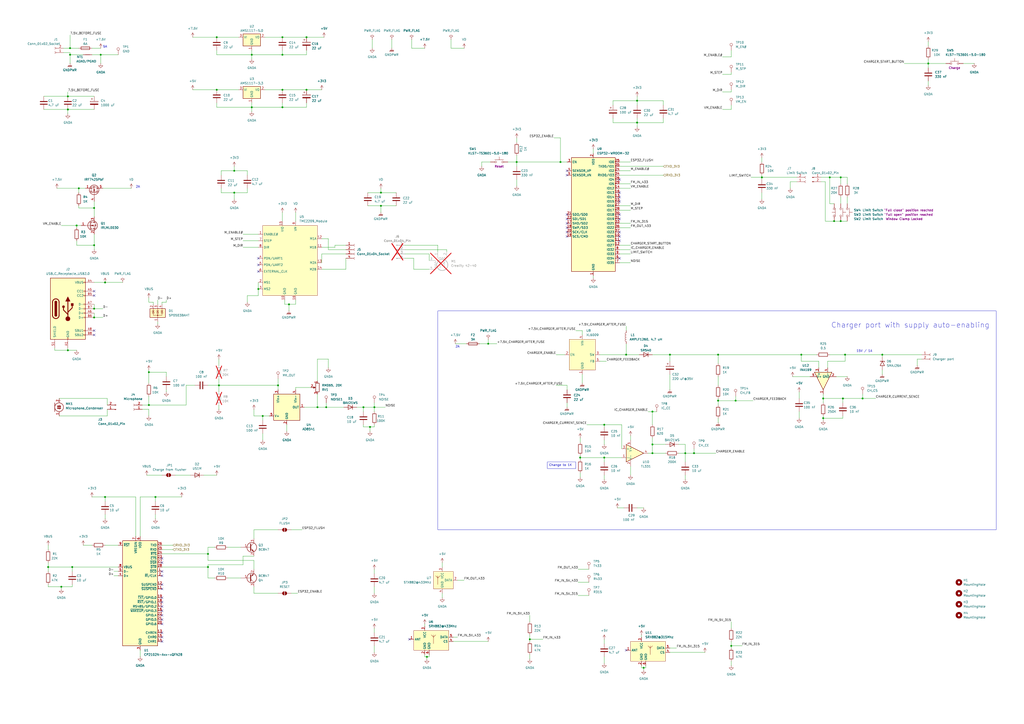
<source format=kicad_sch>
(kicad_sch (version 20231120) (generator "eeschema") (generator_version "8.0")
  (paper "A2")
  (junction (at 500.38 231.14))
  (junction (at 217.17 236.22))
  (junction (at 441.96 102.87))
  (junction (at 45.72 109.22))
  (junction (at 388.62 205.74))
  (junction (at 397.51 262.89))
  (junction (at 163.83 62.23))
  (junction (at 283.21 199.39))
  (junction (at 511.81 205.74))
  (junction (at 538.48 36.83))
  (junction (at 44.45 130.81))
  (junction (at 325.12 93.98))
  (junction (at 424.18 374.65))
  (junction (at 220.98 111.76))
  (junction (at 416.56 232.41))
  (junction (at 464.82 205.74))
  (junction (at 369.57 58.42))
  (junction (at 127 223.52))
  (junction (at 146.05 31.75))
  (junction (at 350.52 265.43))
  (junction (at 125.73 21.59))
  (junction (at 369.57 71.12))
  (junction (at 350.52 246.38))
  (junction (at 35.56 340.36))
  (junction (at 247.65 381))
  (junction (at 86.36 215.9))
  (junction (at 177.8 52.07))
  (junction (at 152.4 241.3))
  (junction (at 490.22 205.74))
  (junction (at 135.89 111.76))
  (junction (at 27.94 328.93))
  (junction (at 177.8 21.59))
  (junction (at 54.61 142.24))
  (junction (at 477.52 231.14))
  (junction (at 184.15 236.22))
  (junction (at 60.96 163.83))
  (junction (at 149.86 167.64))
  (junction (at 487.68 128.27))
  (junction (at 39.37 55.88))
  (junction (at 307.34 370.84))
  (junction (at 378.46 238.76))
  (junction (at 120.65 321.31))
  (junction (at 39.37 63.5))
  (junction (at 163.83 52.07))
  (junction (at 40.64 31.75))
  (junction (at 214.63 247.65))
  (junction (at 299.72 93.98))
  (junction (at 146.05 62.23))
  (junction (at 426.72 232.41))
  (junction (at 477.52 242.57))
  (junction (at 86.36 234.95))
  (junction (at 481.33 102.87))
  (junction (at 161.29 223.52))
  (junction (at 373.38 387.35))
  (junction (at 378.46 262.89))
  (junction (at 90.17 288.29))
  (junction (at 402.59 262.89))
  (junction (at 163.83 31.75))
  (junction (at 120.65 328.93))
  (junction (at 54.61 179.07))
  (junction (at 40.64 27.94))
  (junction (at 39.37 203.2))
  (junction (at 210.82 236.22))
  (junction (at 483.87 128.27))
  (junction (at 54.61 184.15))
  (junction (at 488.95 231.14))
  (junction (at 363.22 205.74))
  (junction (at 60.96 288.29))
  (junction (at 336.55 265.43))
  (junction (at 135.89 99.06))
  (junction (at 125.73 52.07))
  (junction (at 189.23 236.22))
  (junction (at 167.64 176.53))
  (junction (at 41.91 328.93))
  (junction (at 54.61 120.65))
  (junction (at 416.56 205.74))
  (junction (at 487.68 102.87))
  (junction (at 378.46 257.81))
  (junction (at 220.98 119.38))
  (junction (at 163.83 21.59))
  (junction (at 58.42 31.75))
  (no_connect (at 149.86 153.67))
  (no_connect (at 149.86 157.48))
  (no_connect (at 54.61 168.91))
  (no_connect (at 93.98 326.39))
  (no_connect (at 54.61 191.77))
  (no_connect (at 328.93 132.08))
  (no_connect (at 363.22 377.19))
  (no_connect (at 328.93 124.46))
  (no_connect (at 359.41 137.16))
  (no_connect (at 93.98 372.11))
  (no_connect (at 93.98 334.01))
  (no_connect (at 359.41 111.76))
  (no_connect (at 359.41 124.46))
  (no_connect (at 93.98 349.25))
  (no_connect (at 93.98 367.03))
  (no_connect (at 359.41 149.86))
  (no_connect (at 93.98 359.41))
  (no_connect (at 359.41 114.3))
  (no_connect (at 359.41 139.7))
  (no_connect (at 54.61 194.31))
  (no_connect (at 328.93 101.6))
  (no_connect (at 93.98 339.09))
  (no_connect (at 237.49 370.84))
  (no_connect (at 328.93 137.16))
  (no_connect (at 328.93 134.62))
  (no_connect (at 359.41 127))
  (no_connect (at 93.98 341.63))
  (no_connect (at 149.86 149.86))
  (no_connect (at 93.98 356.87))
  (no_connect (at 93.98 346.71))
  (no_connect (at 54.61 171.45))
  (no_connect (at 328.93 99.06))
  (no_connect (at 359.41 104.14))
  (no_connect (at 328.93 127))
  (no_connect (at 359.41 116.84))
  (no_connect (at 93.98 351.79))
  (no_connect (at 328.93 129.54))
  (no_connect (at 93.98 354.33))
  (no_connect (at 359.41 134.62))
  (no_connect (at 93.98 369.57))
  (no_connect (at 93.98 323.85))
  (no_connect (at 93.98 331.47))
  (no_connect (at 93.98 361.95))
  (wire (pts (xy 350.52 381) (xy 350.52 384.81)))
  (wire (pts (xy 86.36 175.26) (xy 88.9 175.26)))
  (wire (pts (xy 538.48 24.13) (xy 538.48 26.67)))
  (wire (pts (xy 363.22 189.23) (xy 363.22 191.77)))
  (wire (pts (xy 93.98 316.23) (xy 100.33 316.23)))
  (wire (pts (xy 207.01 236.22) (xy 210.82 236.22)))
  (wire (pts (xy 171.45 123.19) (xy 171.45 128.27)))
  (wire (pts (xy 480.06 213.36) (xy 480.06 209.55)))
  (wire (pts (xy 143.51 111.76) (xy 143.51 109.22)))
  (wire (pts (xy 171.45 176.53) (xy 171.45 173.99)))
  (wire (pts (xy 359.41 147.32) (xy 365.76 147.32)))
  (wire (pts (xy 424.18 33.02) (xy 424.18 29.21)))
  (wire (pts (xy 165.1 173.99) (xy 165.1 176.53)))
  (wire (pts (xy 189.23 233.68) (xy 189.23 236.22)))
  (wire (pts (xy 261.62 27.94) (xy 269.24 27.94)))
  (wire (pts (xy 487.68 102.87) (xy 481.33 102.87)))
  (wire (pts (xy 186.69 156.21) (xy 200.66 156.21)))
  (wire (pts (xy 184.15 236.22) (xy 189.23 236.22)))
  (wire (pts (xy 491.49 114.3) (xy 491.49 118.11)))
  (wire (pts (xy 426.72 229.87) (xy 426.72 232.41)))
  (wire (pts (xy 477.52 231.14) (xy 488.95 231.14)))
  (wire (pts (xy 62.23 234.95) (xy 62.23 231.14)))
  (wire (pts (xy 93.98 321.31) (xy 120.65 321.31)))
  (wire (pts (xy 214.63 247.65) (xy 214.63 250.19)))
  (wire (pts (xy 372.11 387.35) (xy 373.38 387.35)))
  (wire (pts (xy 45.72 109.22) (xy 49.53 109.22)))
  (wire (pts (xy 307.34 368.3) (xy 307.34 370.84)))
  (wire (pts (xy 388.62 205.74) (xy 416.56 205.74)))
  (wire (pts (xy 194.31 143.51) (xy 186.69 143.51)))
  (wire (pts (xy 419.1 53.34) (xy 424.18 53.34)))
  (wire (pts (xy 27.94 326.39) (xy 27.94 328.93)))
  (wire (pts (xy 307.34 379.73) (xy 307.34 382.27)))
  (wire (pts (xy 388.62 375.92) (xy 392.43 375.92)))
  (wire (pts (xy 478.79 128.27) (xy 478.79 105.41)))
  (wire (pts (xy 347.98 209.55) (xy 351.79 209.55)))
  (wire (pts (xy 128.27 99.06) (xy 128.27 101.6)))
  (wire (pts (xy 474.98 213.36) (xy 474.98 209.55)))
  (wire (pts (xy 220.98 111.76) (xy 229.87 111.76)))
  (wire (pts (xy 350.52 246.38) (xy 360.68 246.38)))
  (wire (pts (xy 111.76 52.07) (xy 125.73 52.07)))
  (wire (pts (xy 54.61 116.84) (xy 54.61 120.65)))
  (wire (pts (xy 247.65 381) (xy 247.65 382.27)))
  (wire (pts (xy 90.17 288.29) (xy 105.41 288.29)))
  (wire (pts (xy 254 142.24) (xy 234.95 142.24)))
  (wire (pts (xy 476.25 102.87) (xy 481.33 102.87)))
  (wire (pts (xy 135.89 111.76) (xy 135.89 115.57)))
  (wire (pts (xy 146.05 62.23) (xy 163.83 62.23)))
  (wire (pts (xy 60.96 288.29) (xy 78.74 288.29)))
  (wire (pts (xy 238.76 22.86) (xy 238.76 27.94)))
  (wire (pts (xy 135.89 99.06) (xy 128.27 99.06)))
  (wire (pts (xy 375.92 262.89) (xy 378.46 262.89)))
  (wire (pts (xy 78.74 288.29) (xy 78.74 311.15)))
  (wire (pts (xy 350.52 275.59) (xy 350.52 278.13)))
  (wire (pts (xy 325.12 93.98) (xy 328.93 93.98)))
  (wire (pts (xy 279.4 93.98) (xy 284.48 93.98)))
  (wire (pts (xy 93.98 328.93) (xy 120.65 328.93)))
  (wire (pts (xy 374.65 387.35) (xy 374.65 386.08)))
  (wire (pts (xy 165.1 176.53) (xy 167.64 176.53)))
  (wire (pts (xy 147.32 344.17) (xy 147.32 340.36)))
  (wire (pts (xy 143.51 175.26) (xy 143.51 171.45)))
  (wire (pts (xy 458.47 105.41) (xy 462.28 105.41)))
  (wire (pts (xy 369.57 294.64) (xy 373.38 294.64)))
  (wire (pts (xy 424.18 63.5) (xy 424.18 60.96)))
  (wire (pts (xy 53.34 288.29) (xy 60.96 288.29)))
  (wire (pts (xy 524.51 36.83) (xy 538.48 36.83)))
  (wire (pts (xy 40.64 20.32) (xy 40.64 27.94)))
  (wire (pts (xy 369.57 58.42) (xy 369.57 60.96)))
  (wire (pts (xy 337.82 217.17) (xy 337.82 222.25)))
  (wire (pts (xy 127 208.28) (xy 127 212.09)))
  (wire (pts (xy 184.15 208.28) (xy 184.15 220.98)))
  (wire (pts (xy 167.64 176.53) (xy 167.64 180.34)))
  (wire (pts (xy 350.52 265.43) (xy 350.52 267.97)))
  (wire (pts (xy 36.83 30.48) (xy 40.64 30.48)))
  (wire (pts (xy 62.23 237.49) (xy 62.23 241.3)))
  (wire (pts (xy 132.08 317.5) (xy 139.7 317.5)))
  (wire (pts (xy 416.56 205.74) (xy 416.56 210.82)))
  (wire (pts (xy 481.33 205.74) (xy 490.22 205.74)))
  (wire (pts (xy 194.31 143.51) (xy 194.31 142.24)))
  (wire (pts (xy 441.96 111.76) (xy 441.96 115.57)))
  (wire (pts (xy 299.72 80.01) (xy 299.72 82.55)))
  (wire (pts (xy 359.41 144.78) (xy 365.76 144.78)))
  (wire (pts (xy 217.17 374.65) (xy 217.17 378.46)))
  (wire (pts (xy 60.96 298.45) (xy 60.96 300.99)))
  (wire (pts (xy 350.52 265.43) (xy 360.68 265.43)))
  (wire (pts (xy 35.56 340.36) (xy 35.56 341.63)))
  (wire (pts (xy 60.96 288.29) (xy 60.96 290.83)))
  (wire (pts (xy 210.82 238.76) (xy 210.82 236.22)))
  (wire (pts (xy 511.81 214.63) (xy 511.81 217.17)))
  (wire (pts (xy 359.41 132.08) (xy 365.76 132.08)))
  (wire (pts (xy 336.55 264.16) (xy 336.55 265.43)))
  (wire (pts (xy 532.13 208.28) (xy 534.67 208.28)))
  (wire (pts (xy 125.73 21.59) (xy 138.43 21.59)))
  (wire (pts (xy 177.8 59.69) (xy 177.8 62.23)))
  (wire (pts (xy 66.04 331.47) (xy 68.58 331.47)))
  (wire (pts (xy 388.62 217.17) (xy 388.62 226.06)))
  (wire (pts (xy 86.36 172.72) (xy 86.36 175.26)))
  (wire (pts (xy 200.66 144.78) (xy 190.5 144.78)))
  (wire (pts (xy 54.61 176.53) (xy 54.61 179.07)))
  (wire (pts (xy 186.69 152.4) (xy 186.69 147.32)))
  (wire (pts (xy 81.28 288.29) (xy 90.17 288.29)))
  (wire (pts (xy 161.29 219.71) (xy 161.29 223.52)))
  (wire (pts (xy 210.82 246.38) (xy 210.82 247.65)))
  (wire (pts (xy 424.18 374.65) (xy 430.53 374.65)))
  (wire (pts (xy 90.17 288.29) (xy 90.17 290.83)))
  (wire (pts (xy 294.64 93.98) (xy 299.72 93.98)))
  (wire (pts (xy 44.45 139.7) (xy 44.45 142.24)))
  (wire (pts (xy 511.81 205.74) (xy 511.81 207.01)))
  (wire (pts (xy 416.56 232.41) (xy 416.56 234.95)))
  (wire (pts (xy 194.31 142.24) (xy 200.66 142.24)))
  (wire (pts (xy 96.52 226.06) (xy 96.52 227.33)))
  (wire (pts (xy 152.4 241.3) (xy 152.4 243.84)))
  (wire (pts (xy 424.18 372.11) (xy 424.18 374.65)))
  (wire (pts (xy 143.51 99.06) (xy 143.51 101.6)))
  (wire (pts (xy 127 223.52) (xy 161.29 223.52)))
  (wire (pts (xy 111.76 21.59) (xy 125.73 21.59)))
  (wire (pts (xy 481.33 118.11) (xy 481.33 102.87)))
  (wire (pts (xy 147.32 241.3) (xy 147.32 237.49)))
  (wire (pts (xy 40.64 36.83) (xy 40.64 31.75)))
  (wire (pts (xy 246.38 361.95) (xy 246.38 363.22)))
  (wire (pts (xy 147.32 241.3) (xy 152.4 241.3)))
  (wire (pts (xy 359.41 109.22) (xy 365.76 109.22)))
  (wire (pts (xy 378.46 262.89) (xy 386.08 262.89)))
  (wire (pts (xy 149.86 163.83) (xy 149.86 167.64)))
  (wire (pts (xy 58.42 31.75) (xy 68.58 31.75)))
  (wire (pts (xy 54.61 181.61) (xy 54.61 184.15)))
  (wire (pts (xy 424.18 53.34) (xy 424.18 52.07)))
  (wire (pts (xy 34.29 241.3) (xy 62.23 241.3)))
  (wire (pts (xy 45.72 119.38) (xy 45.72 120.65)))
  (wire (pts (xy 48.26 316.23) (xy 53.34 316.23)))
  (wire (pts (xy 125.73 29.21) (xy 125.73 31.75)))
  (wire (pts (xy 153.67 52.07) (xy 163.83 52.07)))
  (wire (pts (xy 491.49 102.87) (xy 487.68 102.87)))
  (wire (pts (xy 359.41 129.54) (xy 365.76 129.54)))
  (wire (pts (xy 261.62 22.86) (xy 261.62 27.94)))
  (wire (pts (xy 140.97 143.51) (xy 149.86 143.51)))
  (wire (pts (xy 227.33 22.86) (xy 227.33 27.94)))
  (wire (pts (xy 39.37 63.5) (xy 54.61 63.5)))
  (wire (pts (xy 60.96 163.83) (xy 71.12 163.83)))
  (wire (pts (xy 163.83 62.23) (xy 163.83 59.69)))
  (wire (pts (xy 359.41 142.24) (xy 365.76 142.24)))
  (wire (pts (xy 190.5 208.28) (xy 190.5 213.36)))
  (wire (pts (xy 107.95 234.95) (xy 86.36 234.95)))
  (wire (pts (xy 93.98 318.77) (xy 100.33 318.77)))
  (wire (pts (xy 177.8 31.75) (xy 163.83 31.75)))
  (wire (pts (xy 336.55 265.43) (xy 336.55 266.7)))
  (wire (pts (xy 378.46 254) (xy 378.46 257.81)))
  (wire (pts (xy 490.22 205.74) (xy 511.81 205.74)))
  (wire (pts (xy 176.53 236.22) (xy 184.15 236.22)))
  (wire (pts (xy 96.52 175.26) (xy 93.98 175.26)))
  (wire (pts (xy 53.34 31.75) (xy 58.42 31.75)))
  (wire (pts (xy 120.65 335.28) (xy 124.46 335.28)))
  (wire (pts (xy 463.55 238.76) (xy 463.55 242.57)))
  (wire (pts (xy 365.76 270.51) (xy 365.76 275.59)))
  (wire (pts (xy 558.8 36.83) (xy 565.15 36.83)))
  (wire (pts (xy 388.62 205.74) (xy 388.62 209.55)))
  (wire (pts (xy 135.89 111.76) (xy 143.51 111.76)))
  (wire (pts (xy 538.48 36.83) (xy 538.48 39.37)))
  (wire (pts (xy 487.68 102.87) (xy 487.68 106.68)))
  (wire (pts (xy 397.51 275.59) (xy 397.51 278.13)))
  (wire (pts (xy 478.79 128.27) (xy 483.87 128.27)))
  (wire (pts (xy 373.38 387.35) (xy 374.65 387.35)))
  (wire (pts (xy 200.66 156.21) (xy 200.66 149.86)))
  (wire (pts (xy 217.17 330.2) (xy 217.17 332.74)))
  (wire (pts (xy 140.97 139.7) (xy 149.86 139.7)))
  (wire (pts (xy 402.59 262.89) (xy 415.29 262.89)))
  (wire (pts (xy 120.65 328.93) (xy 120.65 335.28)))
  (wire (pts (xy 464.82 209.55) (xy 464.82 205.74)))
  (wire (pts (xy 419.1 63.5) (xy 424.18 63.5)))
  (wire (pts (xy 299.72 93.98) (xy 325.12 93.98)))
  (wire (pts (xy 490.22 209.55) (xy 490.22 205.74)))
  (wire (pts (xy 336.55 254) (xy 336.55 256.54)))
  (wire (pts (xy 478.79 105.41) (xy 476.25 105.41)))
  (wire (pts (xy 147.32 322.58) (xy 140.97 322.58)))
  (wire (pts (xy 33.02 109.22) (xy 45.72 109.22)))
  (wire (pts (xy 177.8 21.59) (xy 187.96 21.59)))
  (wire (pts (xy 378.46 205.74) (xy 388.62 205.74)))
  (wire (pts (xy 283.21 196.85) (xy 283.21 199.39)))
  (wire (pts (xy 31.75 203.2) (xy 39.37 203.2)))
  (wire (pts (xy 54.61 184.15) (xy 59.69 184.15)))
  (wire (pts (xy 477.52 231.14) (xy 477.52 233.68)))
  (wire (pts (xy 146.05 62.23) (xy 146.05 64.77)))
  (wire (pts (xy 500.38 231.14) (xy 508 231.14)))
  (wire (pts (xy 485.14 218.44) (xy 491.49 218.44)))
  (wire (pts (xy 441.96 102.87) (xy 462.28 102.87)))
  (wire (pts (xy 91.44 186.69) (xy 91.44 187.96)))
  (wire (pts (xy 54.61 179.07) (xy 59.69 179.07)))
  (wire (pts (xy 299.72 96.52) (xy 299.72 93.98)))
  (wire (pts (xy 82.55 237.49) (xy 86.36 237.49)))
  (wire (pts (xy 464.82 205.74) (xy 473.71 205.74)))
  (wire (pts (xy 39.37 53.34) (xy 39.37 55.88)))
  (wire (pts (xy 217.17 340.36) (xy 217.17 344.17)))
  (wire (pts (xy 163.83 123.19) (xy 163.83 128.27)))
  (wire (pts (xy 328.93 233.68) (xy 328.93 236.22)))
  (wire (pts (xy 393.7 257.81) (xy 397.51 257.81)))
  (wire (pts (xy 31.75 201.93) (xy 31.75 203.2)))
  (wire (pts (xy 307.34 356.87) (xy 307.34 360.68)))
  (wire (pts (xy 146.05 59.69) (xy 146.05 62.23)))
  (wire (pts (xy 213.36 111.76) (xy 220.98 111.76)))
  (wire (pts (xy 246.38 381) (xy 247.65 381)))
  (wire (pts (xy 135.89 99.06) (xy 143.51 99.06)))
  (wire (pts (xy 161.29 223.52) (xy 161.29 226.06)))
  (wire (pts (xy 369.57 71.12) (xy 384.81 71.12)))
  (wire (pts (xy 149.86 167.64) (xy 149.86 171.45)))
  (wire (pts (xy 538.48 34.29) (xy 538.48 36.83)))
  (wire (pts (xy 168.91 307.34) (xy 175.26 307.34)))
  (wire (pts (xy 90.17 298.45) (xy 90.17 300.99)))
  (wire (pts (xy 186.69 147.32) (xy 200.66 147.32)))
  (wire (pts (xy 184.15 208.28) (xy 190.5 208.28)))
  (wire (pts (xy 25.4 63.5) (xy 39.37 63.5)))
  (wire (pts (xy 359.41 152.4) (xy 365.76 152.4)))
  (wire (pts (xy 177.8 29.21) (xy 177.8 31.75)))
  (wire (pts (xy 369.57 55.88) (xy 369.57 58.42)))
  (wire (pts (xy 511.81 205.74) (xy 534.67 205.74)))
  (wire (pts (xy 359.41 101.6) (xy 384.81 101.6)))
  (wire (pts (xy 107.95 223.52) (xy 113.03 223.52)))
  (wire (pts (xy 54.61 135.89) (xy 54.61 142.24)))
  (wire (pts (xy 88.9 175.26) (xy 88.9 176.53)))
  (wire (pts (xy 120.65 223.52) (xy 127 223.52)))
  (wire (pts (xy 86.36 215.9) (xy 86.36 222.25)))
  (wire (pts (xy 107.95 223.52) (xy 107.95 234.95)))
  (wire (pts (xy 347.98 205.74) (xy 363.22 205.74)))
  (wire (pts (xy 350.52 255.27) (xy 350.52 257.81)))
  (wire (pts (xy 120.65 321.31) (xy 120.65 317.5)))
  (wire (pts (xy 416.56 242.57) (xy 416.56 245.11)))
  (wire (pts (xy 384.81 71.12) (xy 384.81 68.58)))
  (wire (pts (xy 27.94 328.93) (xy 41.91 328.93)))
  (wire (pts (xy 441.96 101.6) (xy 441.96 102.87)))
  (wire (pts (xy 378.46 257.81) (xy 386.08 257.81)))
  (wire (pts (xy 488.95 231.14) (xy 488.95 233.68)))
  (wire (pts (xy 53.34 27.94) (xy 58.42 27.94)))
  (wire (pts (xy 163.83 52.07) (xy 177.8 52.07)))
  (wire (pts (xy 86.36 234.95) (xy 82.55 234.95)))
  (wire (pts (xy 416.56 218.44) (xy 416.56 223.52)))
  (wire (pts (xy 217.17 247.65) (xy 217.17 246.38)))
  (wire (pts (xy 384.81 58.42) (xy 384.81 60.96)))
  (wire (pts (xy 234.95 144.78) (xy 259.08 144.78)))
  (wire (pts (xy 135.89 96.52) (xy 135.89 99.06)))
  (wire (pts (xy 120.65 327.66) (xy 120.65 328.93)))
  (wire (pts (xy 256.54 326.39) (xy 256.54 328.93)))
  (wire (pts (xy 220.98 119.38) (xy 229.87 119.38)))
  (wire (pts (xy 322.58 205.74) (xy 327.66 205.74)))
  (wire (pts (xy 163.83 21.59) (xy 177.8 21.59)))
  (wire (pts (xy 210.82 247.65) (xy 214.63 247.65)))
  (wire (pts (xy 419.1 43.18) (xy 424.18 43.18)))
  (wire (pts (xy 86.36 237.49) (xy 86.36 241.3)))
  (wire (pts (xy 127 219.71) (xy 127 223.52)))
  (wire (pts (xy 81.28 288.29) (xy 81.28 311.15)))
  (wire (pts (xy 488.95 231.14) (xy 500.38 231.14)))
  (wire (pts (xy 85.09 275.59) (xy 93.98 275.59)))
  (wire (pts (xy 424.18 374.65) (xy 424.18 375.92)))
  (wire (pts (xy 335.28 337.82) (xy 341.63 337.82)))
  (wire (pts (xy 44.45 142.24) (xy 54.61 142.24)))
  (wire (pts (xy 220.98 109.22) (xy 220.98 111.76)))
  (wire (pts (xy 27.94 316.23) (xy 27.94 318.77)))
  (wire (pts (xy 477.52 242.57) (xy 488.95 242.57)))
  (wire (pts (xy 532.13 212.09) (xy 532.13 208.28)))
  (wire (pts (xy 125.73 62.23) (xy 146.05 62.23)))
  (wire (pts (xy 337.82 191.77) (xy 337.82 194.31)))
  (wire (pts (xy 166.37 246.38) (xy 166.37 250.19)))
  (wire (pts (xy 125.73 59.69) (xy 125.73 62.23)))
  (wire (pts (xy 147.32 307.34) (xy 147.32 312.42)))
  (wire (pts (xy 477.52 228.6) (xy 477.52 231.14)))
  (wire (pts (xy 86.36 214.63) (xy 86.36 215.9)))
  (wire (pts (xy 132.08 335.28) (xy 139.7 335.28)))
  (wire (pts (xy 359.41 119.38) (xy 365.76 119.38)))
  (wire (pts (xy 363.22 199.39) (xy 363.22 205.74)))
  (wire (pts (xy 140.97 322.58) (xy 140.97 327.66)))
  (wire (pts (xy 477.52 242.57) (xy 477.52 241.3)))
  (wire (pts (xy 86.36 215.9) (xy 96.52 215.9)))
  (wire (pts (xy 214.63 247.65) (xy 217.17 247.65)))
  (wire (pts (xy 35.56 340.36) (xy 41.91 340.36)))
  (wire (pts (xy 177.8 62.23) (xy 163.83 62.23)))
  (wire (pts (xy 336.55 274.32) (xy 336.55 276.86)))
  (wire (pts (xy 359.41 106.68) (xy 365.76 106.68)))
  (wire (pts (xy 41.91 328.93) (xy 41.91 331.47)))
  (wire (pts (xy 424.18 360.68) (xy 424.18 364.49)))
  (wire (pts (xy 372.11 386.08) (xy 372.11 387.35)))
  (wire (pts (xy 474.98 209.55) (xy 464.82 209.55)))
  (wire (pts (xy 265.43 336.55) (xy 269.24 336.55)))
  (wire (pts (xy 36.83 27.94) (xy 40.64 27.94)))
  (wire (pts (xy 81.28 377.19) (xy 81.28 381)))
  (wire (pts (xy 234.95 149.86) (xy 240.03 149.86)))
  (wire (pts (xy 416.56 231.14) (xy 416.56 232.41)))
  (wire (pts (xy 299.72 90.17) (xy 299.72 93.98)))
  (wire (pts (xy 60.96 316.23) (xy 68.58 316.23)))
  (wire (pts (xy 40.64 27.94) (xy 45.72 27.94)))
  (wire (pts (xy 283.21 199.39) (xy 288.29 199.39)))
  (wire (pts (xy 177.8 52.07) (xy 186.69 52.07)))
  (wire (pts (xy 118.11 275.59) (xy 125.73 275.59)))
  (wire (pts (xy 278.13 199.39) (xy 283.21 199.39)))
  (wire (pts (xy 45.72 109.22) (xy 45.72 111.76)))
  (wire (pts (xy 491.49 106.68) (xy 491.49 102.87)))
  (wire (pts (xy 238.76 27.94) (xy 246.38 27.94)))
  (wire (pts (xy 39.37 203.2) (xy 44.45 203.2)))
  (wire (pts (xy 163.83 31.75) (xy 163.83 29.21)))
  (wire (pts (xy 125.73 31.75) (xy 146.05 31.75)))
  (wire (pts (xy 190.5 138.43) (xy 186.69 138.43)))
  (wire (pts (xy 147.32 330.2) (xy 147.32 325.12)))
  (wire (pts (xy 350.52 246.38) (xy 350.52 247.65)))
  (wire (pts (xy 135.89 111.76) (xy 128.27 111.76)))
  (wire (pts (xy 256.54 344.17) (xy 256.54 346.71)))
  (wire (pts (xy 416.56 232.41) (xy 426.72 232.41)))
  (wire (pts (xy 184.15 228.6) (xy 184.15 236.22)))
  (wire (pts (xy 240.03 156.21) (xy 248.92 156.21)))
  (wire (pts (xy 375.92 238.76) (xy 378.46 238.76)))
  (wire (pts (xy 487.68 114.3) (xy 487.68 118.11)))
  (wire (pts (xy 416.56 205.74) (xy 464.82 205.74)))
  (wire (pts (xy 355.6 71.12) (xy 369.57 71.12)))
  (wire (pts (xy 147.32 344.17) (xy 161.29 344.17)))
  (wire (pts (xy 189.23 236.22) (xy 199.39 236.22)))
  (wire (pts (xy 328.93 223.52) (xy 322.58 223.52)))
  (wire (pts (xy 424.18 43.18) (xy 424.18 41.91)))
  (wire (pts (xy 264.16 199.39) (xy 270.51 199.39)))
  (wire (pts (xy 54.61 163.83) (xy 60.96 163.83)))
  (wire (pts (xy 35.56 130.81) (xy 44.45 130.81)))
  (wire (pts (xy 167.64 176.53) (xy 171.45 176.53)))
  (wire (pts (xy 62.23 231.14) (xy 34.29 231.14)))
  (wire (pts (xy 146.05 29.21) (xy 146.05 31.75)))
  (wire (pts (xy 325.12 80.01) (xy 325.12 93.98)))
  (wire (pts (xy 54.61 142.24) (xy 54.61 144.78)))
  (wire (pts (xy 481.33 118.11) (xy 483.87 118.11)))
  (wire (pts (xy 254 146.05) (xy 254 142.24)))
  (wire (pts (xy 101.6 275.59) (xy 110.49 275.59)))
  (wire (pts (xy 344.17 86.36) (xy 344.17 88.9)))
  (wire (pts (xy 344.17 160.02) (xy 344.17 161.29)))
  (wire (pts (xy 120.65 325.12) (xy 120.65 321.31)))
  (wire (pts (xy 39.37 63.5) (xy 39.37 66.04)))
  (wire (pts (xy 335.28 345.44) (xy 341.63 345.44)))
  (wire (pts (xy 147.32 325.12) (xy 120.65 325.12)))
  (wire (pts (xy 240.03 149.86) (xy 240.03 156.21)))
  (wire (pts (xy 538.48 46.99) (xy 538.48 49.53)))
  (wire (pts (xy 378.46 238.76) (xy 381 238.76)))
  (wire (pts (xy 54.61 125.73) (xy 54.61 120.65)))
  (wire (pts (xy 355.6 58.42) (xy 369.57 58.42)))
  (wire (pts (xy 365.76 252.73) (xy 365.76 255.27)))
  (wire (pts (xy 279.4 96.52) (xy 279.4 93.98)))
  (wire (pts (xy 360.68 246.38) (xy 360.68 260.35)))
  (wire (pts (xy 44.45 130.81) (xy 44.45 132.08)))
  (wire (pts (xy 128.27 109.22) (xy 128.27 111.76)))
  (wire (pts (xy 171.45 224.79) (xy 180.34 224.79)))
  (wire (pts (xy 419.1 33.02) (xy 424.18 33.02)))
  (wire (pts (xy 146.05 31.75) (xy 146.05 34.29)))
  (wire (pts (xy 120.65 317.5) (xy 124.46 317.5)))
  (wire (pts (xy 58.42 31.75) (xy 58.42 36.83)))
  (wire (pts (xy 488.95 242.57) (xy 488.95 241.3)))
  (wire (pts (xy 143.51 171.45) (xy 149.86 171.45)))
  (wire (pts (xy 307.34 370.84) (xy 307.34 372.11)))
  (wire (pts (xy 213.36 119.38) (xy 220.98 119.38)))
  (wire (pts (xy 152.4 251.46) (xy 152.4 255.27)))
  (wire (pts (xy 168.91 344.17) (xy 172.72 344.17)))
  (wire (pts (xy 40.64 31.75) (xy 40.64 30.48)))
  (wire (pts (xy 426.72 232.41) (xy 436.88 232.41)))
  (wire (pts (xy 359.41 96.52) (xy 384.81 96.52)))
  (wire (pts (xy 140.97 327.66) (xy 120.65 327.66)))
  (wire (pts (xy 127 234.95) (xy 127 237.49)))
  (wire (pts (xy 459.74 218.44) (xy 469.9 218.44)))
  (wire (pts (xy 328.93 223.52) (xy 328.93 226.06)))
  (wire (pts (xy 435.61 102.87) (xy 441.96 102.87)))
  (wire (pts (xy 369.57 58.42) (xy 384.81 58.42)))
  (wire (pts (xy 372.11 368.3) (xy 372.11 369.57)))
  (wire (pts (xy 93.98 175.26) (xy 93.98 176.53)))
  (wire (pts (xy 397.51 257.81) (xy 397.51 262.89)))
  (wire (pts (xy 402.59 260.35) (xy 402.59 262.89)))
  (wire (pts (xy 388.62 378.46) (xy 408.94 378.46)))
  (wire (pts (xy 458.47 109.22) (xy 458.47 105.41)))
  (wire (pts (xy 217.17 236.22) (xy 217.17 238.76)))
  (wire (pts (xy 91.44 173.99) (xy 91.44 176.53)))
  (wire (pts (xy 441.96 91.44) (xy 441.96 93.98)))
  (wire (pts (xy 96.52 173.99) (xy 96.52 175.26)))
  (wire (pts (xy 441.96 102.87) (xy 441.96 104.14)))
  (wire (pts (xy 491.49 128.27) (xy 487.68 128.27)))
  (wire (pts (xy 248.92 151.13) (xy 248.92 147.32)))
  (wire (pts (xy 39.37 203.2) (xy 39.37 201.93)))
  (wire (pts (xy 190.5 144.78) (xy 190.5 138.43)))
  (wire (pts (xy 262.89 372.11) (xy 283.21 372.11)))
  (wire (pts (xy 340.36 246.38) (xy 350.52 246.38)))
  (wire (pts (xy 259.08 144.78) (xy 259.08 146.05)))
  (wire (pts (xy 125.73 52.07) (xy 138.43 52.07)))
  (wire (pts (xy 350.52 370.84) (xy 350.52 373.38)))
  (wire (pts (xy 359.41 121.92) (xy 365.76 121.92)))
  (wire (pts (xy 152.4 241.3) (xy 156.21 241.3)))
  (wire (pts (xy 334.01 191.77) (xy 337.82 191.77)))
  (wire (pts (xy 369.57 68.58) (xy 369.57 71.12)))
  (wire (pts (xy 27.94 340.36) (xy 35.56 340.36)))
  (wire (pts (xy 217.17 364.49) (xy 217.17 367.03)))
  (wire (pts (xy 40.64 31.75) (xy 48.26 31.75)))
  (wire (pts (xy 41.91 340.36) (xy 41.91 339.09)))
  (wire (pts (xy 27.94 339.09) (xy 27.94 340.36)))
  (wire (pts (xy 146.05 31.75) (xy 163.83 31.75)))
  (wire (pts (xy 248.92 381) (xy 248.92 379.73)))
  (wire (pts (xy 321.31 80.01) (xy 325.12 80.01)))
  (wire (pts (xy 247.65 381) (xy 248.92 381)))
  (wire (pts (xy 378.46 257.81) (xy 378.46 262.89)))
  (wire (pts (xy 210.82 236.22) (xy 217.17 236.22)))
  (wire (pts (xy 355.6 68.58) (xy 355.6 71.12)))
  (wire (pts (xy 217.17 233.68) (xy 217.17 236.22)))
  (wire (pts (xy 336.55 265.43) (xy 350.52 265.43)))
  (wire (pts (xy 369.57 71.12) (xy 369.57 73.66)))
  (wire (pts (xy 44.45 130.81) (xy 46.99 130.81)))
  (wire (pts (xy 463.55 227.33) (xy 463.55 231.14)))
  (wire (pts (xy 393.7 262.89) (xy 397.51 262.89)))
  (wire (pts (xy 127 223.52) (xy 127 227.33)))
  (wire (pts (xy 335.28 330.2) (xy 341.63 330.2)))
  (wire (pts (xy 220.98 119.38) (xy 220.98 123.19)))
  (wire (pts (xy 477.52 242.57) (xy 477.52 243.84)))
  (wire (pts (xy 538.48 36.83) (xy 548.64 36.83)))
  (wire (pts (xy 59.69 109.22) (xy 76.2 109.22)))
  (wire (pts (xy 86.36 229.87) (xy 86.36 234.95)))
  (wire (pts (xy 96.52 215.9) (xy 96.52 218.44)))
  (wire (pts (xy 25.4 55.88) (xy 39.37 55.88)))
  (wire (pts (xy 397.51 262.89) (xy 397.51 267.97)))
  (wire (pts (xy 153.67 21.59) (xy 163.83 21.59)))
  (wire (pts (xy 480.06 209.55) (xy 490.22 209.55)))
  (wire (pts (xy 66.04 334.01) (xy 68.58 334.01)))
  (wire (pts (xy 262.89 369.57) (xy 265.43 369.57)))
  (wire (pts (xy 355.6 60.96) (xy 355.6 58.42)))
  (wire (pts (xy 378.46 238.76) (xy 378.46 246.38)))
  (wire (pts (xy 373.38 387.35) (xy 373.38 388.62)))
  (wire (pts (xy 500.38 228.6) (xy 500.38 231.14)))
  (wire (pts (xy 246.38 379.73) (xy 246.38 381)))
  (wire (pts (xy 39.37 55.88) (xy 54.61 55.88)))
  (wire (pts (xy 45.72 120.65) (xy 54.61 120.65)))
  (wire (pts (xy 217.17 236.22) (xy 223.52 236.22)))
  (wire (pts (xy 424.18 383.54) (xy 424.18 386.08)))
  (wire (pts (xy 307.34 370.84) (xy 314.96 370.84)))
  (wire (pts (xy 171.45 224.79) (xy 171.45 226.06)))
  (wire (pts (xy 140.97 135.89) (xy 149.86 135.89)))
  (wire (pts (xy 363.22 205.74) (xy 370.84 205.74)))
  (wire (pts (xy 299.72 104.14) (xy 299.72 107.95)))
  (wire (pts (xy 147.32 307.34) (xy 161.29 307.34)))
  (wire (pts (xy 358.14 294.64) (xy 361.95 294.64)))
  (wire (pts (xy 41.91 328.93) (xy 68.58 328.93)))
  (wire (pts (xy 215.9 22.86) (xy 215.9 27.94)))
  (wire (pts (xy 359.41 93.98) (xy 365.76 93.98)))
  (wire (pts (xy 27.94 328.93) (xy 27.94 331.47)))
  (wire (pts (xy 359.41 99.06) (xy 365.76 99.06)))
  (wire (pts (xy 397.51 262.89) (xy 402.59 262.89)))
  (wire (pts (xy 483.87 128.27) (xy 487.68 128.27)))
  (wire (pts (xy 248.92 147.32) (xy 234.95 147.32)))
  (rectangle (start 254 180.34) (end 577.85 307.34))
  (text_box "Change to 1K\n" (at 317.5 267.97 0) (size 16.51 3.81) (effects (font (size 1.27 1.27)) (justify left top)))
  (text "2A" (at 78.74 109.22 0) (effects (font (size 1.27 1.27)) (justify left bottom)))
  (text "5A" (at 59.69 27.94 0) (effects (font (size 1.27 1.27)) (justify left bottom)))
  (text "Charger port with supply auto-enabling" (at 528.066 188.722 0) (effects (font (size 3 3))))
  (text "15V / 1A" (at 501.396 203.708 0) (effects (font (size 1.27 1.27))))
  (text "2A" (at 264.16 201.93 0) (effects (font (size 1.27 1.27)) (justify left bottom)))
  (label "+7.5V_CHARGER_AFTER_FUSE" (at 288.29 199.39 0))
  (label "FM_IN_5V_433" (at 265.43 369.57 0))
  (label "ESP32_FLUSH" (at 365.76 93.98 0))
  (label "CHARGER_ENABLE" (at 415.29 262.89 0))
  (label "CHARGER_CURRENT_SENCE" (at 508 231.14 0))
  (label "M_ENABLE#" (at 419.1 33.02 180))
  (label "NOISE" (at 365.76 152.4 0))
  (label "+7.5V_CHARGER_AFTER_FUSE" (at 363.22 189.23 180))
  (label "D+" (at 66.04 334.01 180))
  (label "FM_IN_5V_315" (at 424.18 360.68 180))
  (label "M_ENABLE#" (at 365.76 99.06 0))
  (label "FM_OUT_433" (at 365.76 132.08 0))
  (label "IC_CHARGER_ENABLE" (at 375.92 238.76 180))
  (label "CHARGER_FEEDBACK" (at 351.79 209.55 0))
  (label "M_STEP" (at 365.76 121.92 0))
  (label "D-" (at 66.04 331.47 180))
  (label "FM_IN_315" (at 365.76 129.54 0))
  (label "IC_CHARGER_ENABLE" (at 365.76 144.78 0))
  (label "D-" (at 91.44 173.99 0))
  (label "M_DIR" (at 419.1 53.34 180))
  (label "M_STEP" (at 140.97 139.7 180))
  (label "VM_ENABLE" (at 419.1 63.5 180))
  (label "NOISE" (at 223.52 236.22 0))
  (label "ESP32_ENABLE" (at 172.72 344.17 0))
  (label "FM_IN_5V_315" (at 392.43 375.92 0))
  (label "M_STEP" (at 419.1 43.18 180))
  (label "FM_OUT_433" (at 335.28 330.2 180))
  (label "CHARGER_START_BUTTON" (at 524.51 36.83 180))
  (label "M_DIR" (at 365.76 119.38 0))
  (label "VM_ENABLE" (at 35.56 130.81 180))
  (label "D+" (at 96.52 173.99 0))
  (label "FM_IN_315" (at 430.53 374.65 0))
  (label "LIMIT_SWITCH" (at 365.76 147.32 0))
  (label "ESP32_ENABLE" (at 321.31 80.01 180))
  (label "CHARGER_CURRENT_SENCE" (at 340.36 246.38 180))
  (label "FM_IN_5V_315" (at 335.28 345.44 180))
  (label "+7.5V_CHARGER_AFTER_FUSE" (at 326.39 223.52 180))
  (label "FM_IN_433" (at 314.96 370.84 0))
  (label "7.5V_BEFORE_FUSE" (at 39.37 53.34 0))
  (label "M_ENABLE#" (at 140.97 135.89 180))
  (label "CHARGER_FEEDBACK" (at 436.88 232.41 0))
  (label "FM_OUT_433" (at 269.24 336.55 0))
  (label "FM_IN_433" (at 365.76 106.68 0))
  (label "7.5V_BEFORE_FUSE" (at 40.64 20.32 0))
  (label "CHARGER_ENABLE" (at 322.58 205.74 180))
  (label "VM_ENABLE" (at 365.76 109.22 0))
  (label "FM_IN_5V_433" (at 335.28 337.82 180))
  (label "D+" (at 59.69 184.15 0))
  (label "D-" (at 59.69 179.07 0))
  (label "M_DIR" (at 140.97 143.51 180))
  (label "LIMIT_SWITCH" (at 435.61 102.87 180))
  (label "+7.5V_CHARGER_AFTER_FUSE" (at 334.01 191.77 180))
  (label "FM_IN_5V_433" (at 307.34 356.87 180))
  (label "ESP32_FLUSH" (at 175.26 307.34 0))
  (label "CHARGER_START_BUTTON" (at 365.76 142.24 0))
  (hierarchical_label "TXD_3V3" (shape input) (at 100.33 318.77 0))
  (hierarchical_label "TXD_3V3" (shape input) (at 384.81 96.52 0))
  (hierarchical_label "RXD_3V3" (shape input) (at 100.33 316.23 0))
  (hierarchical_label "RXD_3V3" (shape input) (at 384.81 101.6 0))
  (symbol (lib_id "Device:C") (at 90.17 294.64 0) (unit 1)
    (property "Reference" "C6" (at 92.71 293.3699 0) (effects (justify left)))
    (property "Value" "10 uF" (at 92.71 295.91 0) (effects (justify left)))
    (property "Footprint" "Capacitor_SMD:C_0603_1608Metric" (effects (hide yes)))
    (property "Description" "Unpolarized capacitor" (effects (hide yes)))
  )
  (symbol (lib_id "power:GNDA") (at 215.9 27.94 0) (unit 1)
    (property "Reference" "#PWR044" (effects (hide yes)))
    (property "Value" "GNDA" (at 215.9 33.02 0))
    (property "Description" "Power symbol creates a global label with name \"GNDA\" , analog ground" (effects (hide yes)))
  )
  (symbol (lib_id "Switch:SW_Push_Open") (at 483.87 123.19 90) (unit 1) (on_board no)
    (property "Reference" "SW2" (at 495.3 127 90) (effects (justify right)))
    (property "Value" "Limit Switch" (at 500.38 127 90) (effects (justify right)))
    (property "Description" "Push button switch, push-to-open, generic, two pins" (effects (hide yes)))
    (property "Поле4" "Window Clamp Locked" (at 524.51 127 90))
  )
  (symbol (lib_id "Switch:SW_Push") (at 553.72 36.83 0) (unit 1)
    (property "Reference" "SW5" (at 551.18 29.21 0))
    (property "Value" "KLS7-TS3601-5.0-180" (at 560.07 31.75 0))
    (property "Footprint" "Library:SW_PUSH_P6.5_W3.5" (effects (hide yes)))
    (property "Description" "Push button switch, generic, two pins" (effects (hide yes)))
    (property "Поле4" "Charge" (at 553.72 39.37 0))
  )
  (symbol (lib_id "power:GNDA") (at 96.52 227.33 0) (unit 1)
    (property "Reference" "#PWR022" (effects (hide yes)))
    (property "Value" "GNDA" (at 96.52 232.41 0))
  )
  (symbol (lib_id "power:PWR_FLAG") (at 71.12 163.83 0) (unit 1)
    (property "Reference" "#FLG01" (effects (hide yes)))
    (property "Value" "PWR_FLAG" (at 71.12 158.75 0))
    (property "Description" "Special symbol for telling ERC where power comes from" (effects (hide yes)))
  )
  (symbol (lib_id "Device:C") (at 229.87 115.57 180) (unit 1)
    (property "Reference" "C22" (at 233.68 114.935 0) (effects (justify right)))
    (property "Value" "22 uF" (at 233.68 117.475 0) (effects (justify right)))
    (property "Footprint" "Capacitor_SMD:C_1210_3225Metric" (effects (hide yes)))
    (property "Description" "Unpolarized capacitor" (effects (hide yes)))
  )
  (symbol (lib_id "Device:C") (at 365.76 294.64 90) (unit 1)
    (property "Reference" "C29" (at 368.3 298.9579 90) (effects (justify left)))
    (property "Value" "100 nF" (at 368.3 301.498 90) (effects (justify left)))
    (property "Footprint" "Capacitor_SMD:C_0603_1608Metric" (effects (hide yes)))
    (property "Description" "Unpolarized capacitor" (effects (hide yes)))
  )
  (symbol (lib_id "Device:R") (at 307.34 364.49 180) (unit 1)
    (property "Reference" "R13" (at 309.88 363.22 0) (effects (justify right)))
    (property "Value" "22K" (at 309.88 365.76 0) (effects (justify right)))
    (property "Footprint" "Resistor_SMD:R_0805_2012Metric" (effects (hide yes)))
    (property "Description" "Resistor" (effects (hide yes)))
  )
  (symbol (lib_id "power:GNDA") (at 373.38 388.62 0) (unit 1)
    (property "Reference" "#PWR081" (effects (hide yes)))
    (property "Value" "GNDA" (at 373.38 393.7 0))
    (property "Description" "Power symbol creates a global label with name \"GNDA\" , analog ground" (effects (hide yes)))
  )
  (symbol (lib_id "Device:R") (at 299.72 86.36 0) (unit 1)
    (property "Reference" "R12" (at 302.26 86.36 90))
    (property "Value" "1K" (at 304.8 86.36 90))
    (property "Footprint" "Resistor_SMD:R_0805_2012Metric" (effects (hide yes)))
    (property "Description" "Resistor" (effects (hide yes)))
  )
  (symbol (lib_id "power:GNDPWR") (at 227.33 27.94 0) (unit 1)
    (property "Reference" "#PWR051" (effects (hide yes)))
    (property "Value" "GNDPWR" (at 227.203 31.75 0))
    (property "Description" "Power symbol creates a global label with name \"GNDPWR\" , global ground" (effects (hide yes)))
  )
  (symbol (lib_id "power:GNDA") (at 463.55 242.57 0) (unit 1)
    (property "Reference" "#PWR092" (effects (hide yes)))
    (property "Value" "GNDA" (at 463.55 247.65 0))
    (property "Description" "Power symbol creates a global label with name \"GNDA\" , analog ground" (effects (hide yes)))
  )
  (symbol (lib_id "power:+5V") (at 127 208.28 0) (unit 1)
    (property "Reference" "#PWR027" (effects (hide yes)))
    (property "Value" "+5V" (at 127 203.2 0))
    (property "Description" "Power symbol creates a global label with name \"+5V\"" (effects (hide yes)))
  )
  (symbol (lib_id "Device:C") (at 25.4 59.69 0) (unit 1)
    (property "Reference" "C1" (at 27.94 58.4199 0) (effects (justify left)))
    (property "Value" "4.7 uF" (at 27.94 60.96 0) (effects (justify left)))
    (property "Footprint" "Capacitor_SMD:C_0603_1608Metric" (effects (hide yes)))
    (property "Description" "Unpolarized capacitor" (effects (hide yes)))
  )
  (symbol (lib_id "Device:R") (at 378.46 250.19 180) (unit 1)
    (property "Reference" "R17" (at 381 248.9199 0) (effects (justify right)))
    (property "Value" "620" (at 381 251.4599 0) (effects (justify right)))
    (property "Footprint" "Resistor_SMD:R_0805_2012Metric" (effects (hide yes)))
    (property "Description" "Resistor" (effects (hide yes)))
  )
  (symbol (lib_id "power:+5V") (at 350.52 370.84 0) (unit 1)
    (property "Reference" "#PWR072" (effects (hide yes)))
    (property "Value" "+5V" (at 350.52 365.76 0))
    (property "Description" "Power symbol creates a global label with name \"+5V\"" (effects (hide yes)))
  )
  (symbol (lib_id "power:GNDA") (at 58.42 36.83 0) (unit 1)
    (property "Reference" "#PWR011" (effects (hide yes)))
    (property "Value" "GNDA" (at 58.42 41.91 0))
    (property "Description" "Power symbol creates a global label with name \"GNDA\" , analog ground" (effects (hide yes)))
  )
  (symbol (lib_id "power:+7.5V") (at 264.16 199.39 0) (unit 1)
    (property "Reference" "#PWR057" (effects (hide yes)))
    (property "Value" "+7.5V" (at 264.16 194.31 0))
    (property "Description" "Power symbol creates a global label with name \"+7.5V\"" (effects (hide yes)))
  )
  (symbol (lib_id "power:PWR_FLAG") (at 227.33 22.86 0) (unit 1)
    (property "Reference" "#FLG03" (effects (hide yes)))
    (property "Value" "PWR_FLAG" (at 227.33 17.78 0))
    (property "Description" "Special symbol for telling ERC where power comes from" (effects (hide yes)))
  )
  (symbol (lib_id "Device:R") (at 487.68 110.49 0) (unit 1) (on_board no)
    (property "Reference" "R27" (at 483.87 109.22 0))
    (property "Value" "20K" (at 483.87 111.76 0))
    (property "Footprint" "Resistor_SMD:R_0805_2012Metric" (effects (hide yes)))
    (property "Description" "Resistor" (effects (hide yes)))
  )
  (symbol (lib_id "Mechanical:MountingHole") (at 556.26 337.82 0) (unit 1)
    (property "Reference" "H1" (at 558.8 336.55 0) (effects (justify left)))
    (property "Value" "MountingHole" (at 558.8 339.09 0) (effects (justify left)))
    (property "Footprint" "MountingHole:MountingHole_2.2mm_M2" (effects (hide yes)))
    (property "Description" "Mounting Hole without connection" (effects (hide yes)))
  )
  (symbol (lib_id "Device:R") (at 538.48 30.48 0) (unit 1)
    (property "Reference" "R29" (at 542.29 29.21 0))
    (property "Value" "10K" (at 543.56 31.75 0))
    (property "Footprint" "Resistor_SMD:R_0805_2012Metric" (effects (hide yes)))
    (property "Description" "Resistor" (effects (hide yes)))
  )
  (symbol (lib_id "Device:C_Polarized") (at 177.8 25.4 0) (unit 1)
    (property "Reference" "C16" (at 180.848 25.4 0) (effects (justify left)))
    (property "Value" "22 uF" (at 180.848 27.94 0) (effects (justify left)))
    (property "Footprint" "Capacitor_Tantalum_SMD:CP_EIA-3216-10_Kemet-I_Pad1.58x1.35mm_HandSolder" (effects (hide yes)))
    (property "Description" "Polarized capacitor" (effects (hide yes)))
  )
  (symbol (lib_id "Comparator:TL331") (at 368.3 262.89 0) (unit 1)
    (property "Reference" "U10" (at 374.65 267.97 0))
    (property "Value" "TL331" (at 374.65 270.51 0))
    (property "Footprint" "Package_TO_SOT_SMD:SOT-23-5" (effects (hide yes)))
    (property "Datasheet" "http://www.ti.com/lit/ds/symlink/tl331.pdf" (effects (hide yes)))
    (property "Description" "Single Differential Comparator with Open-Collector Output, SOT-23-5" (effects (hide yes)))
  )
  (symbol (lib_id "power:GNDA") (at 217.17 344.17 0) (unit 1)
    (property "Reference" "#PWR046" (effects (hide yes)))
    (property "Value" "GNDA" (at 217.17 349.25 0))
    (property "Description" "Power symbol creates a global label with name \"GNDA\" , analog ground" (effects (hide yes)))
  )
  (symbol (lib_id "power:GNDA") (at 336.55 276.86 0) (unit 1)
    (property "Reference" "#PWR066" (effects (hide yes)))
    (property "Value" "GNDA" (at 336.55 281.94 0))
    (property "Description" "Power symbol creates a global label with name \"GNDA\" , analog ground" (effects (hide yes)))
  )
  (symbol (lib_id "My_Library:SRX882") (at 248.92 370.84 0) (unit 1)
    (property "Reference" "U6" (at 248.5741 360.68 0) (effects (justify left)))
    (property "Value" "SRX882@433Mhz" (at 248.5741 363.22 0) (effects (justify left)))
    (property "Footprint" "Library:SRX882_Vertical" (effects (hide yes)))
    (property "Datasheet" "https://www.smart-prototyping.com/image/data/9_Modules/101416%20SRX882%20Low%20Consumption%20Strong%20Driving%20Force%20Super%20Heterodyne%20Receiver%20Module/SRX882%20Datasheet.pdf" (effects (hide yes)))
  )
  (symbol (lib_id "Transistor_FET:IRF7404") (at 54.61 111.76 270) (mirror x) (unit 1)
    (property "Reference" "Q2" (at 54.61 101.6 90))
    (property "Value" "IRF7425PbF" (at 54.61 104.14 90))
    (property "Footprint" "Package_SO:SOIC-8_3.9x4.9mm_P1.27mm" (effects (hide yes)))
    (property "Datasheet" "http://www.infineon.com/dgdl/irf7404.pdf?fileId=5546d462533600a4015355fa2b5b1b9e" (effects (hide yes)))
    (property "Description" "-6.7A Id, -20V Vds, P-Channel HEXFET Power MOSFET, SO-8" (effects (hide yes)))
  )
  (symbol (lib_id "power:GNDPWR") (at 328.93 236.22 0) (unit 1)
    (property "Reference" "#PWR064" (effects (hide yes)))
    (property "Value" "GNDPWR" (at 328.803 240.03 0))
    (property "Description" "Power symbol creates a global label with name \"GNDPWR\" , global ground" (effects (hide yes)))
  )
  (symbol (lib_id "Connector:TestPoint") (at 68.58 31.75 0) (unit 1)
    (property "Reference" "TP1" (at 71.12 27.178 0) (effects (justify left)))
    (property "Value" "GND" (at 71.12 29.718 0) (effects (justify left)))
    (property "Footprint" "Library:TestPoint_Plated_Hole_D1.0mm" (effects (hide yes)))
    (property "Description" "test point" (effects (hide yes)))
  )
  (symbol (lib_id "Device:C_Polarized") (at 388.62 213.36 0) (unit 1)
    (property "Reference" "C32" (at 389.89 217.17 0) (effects (justify left)))
    (property "Value" "220 uF@35V" (at 389.89 219.71 0) (effects (justify left)))
    (property "Footprint" "Capacitor_THT:CP_Radial_D8.0mm_P3.50mm" (effects (hide yes)))
    (property "Description" "Polarized capacitor" (effects (hide yes)))
  )
  (symbol (lib_id "power:GNDA") (at 135.89 115.57 0) (unit 1)
    (property "Reference" "#PWR030" (effects (hide yes)))
    (property "Value" "GNDA" (at 135.89 120.65 0))
    (property "Description" "Power symbol creates a global label with name \"GNDA\" , analog ground" (effects (hide yes)))
  )
  (symbol (lib_id "power:GNDA") (at 60.96 300.99 0) (unit 1)
    (property "Reference" "#PWR013" (effects (hide yes)))
    (property "Value" "GNDA" (at 60.96 306.07 0))
    (property "Description" "Power symbol creates a global label with name \"GNDA\" , analog ground" (effects (hide yes)))
  )
  (symbol (lib_id "My_Library:XL6009") (at 337.82 205.74 0) (unit 1)
    (property "Reference" "U8" (at 340.0141 191.77 0) (effects (justify left)))
    (property "Value" "XL6009" (at 340.0141 194.31 0) (effects (justify left)))
    (property "Footprint" "Package_TO_SOT_SMD:TO-263-5_TabPin3" (effects (hide yes)))
    (property "Datasheet" "https://supereyes.ru/img/instructions/XL6009_datasheet.pdf" (effects (hide yes)))
  )
  (symbol (lib_id "power:PWR_FLAG") (at 283.21 196.85 0) (unit 1)
    (property "Reference" "#FLG06" (effects (hide yes)))
    (property "Value" "PWR_FLAG" (at 283.21 191.77 0))
    (property "Description" "Special symbol for telling ERC where power comes from" (effects (hide yes)))
  )
  (symbol (lib_id "power:GNDPWR") (at 40.64 36.83 0) (unit 1)
    (property "Reference" "#PWR05" (effects (hide yes)))
    (property "Value" "GNDPWR" (at 40.513 40.64 0))
    (property "Description" "Power symbol creates a global label with name \"GNDPWR\" , global ground" (effects (hide yes)))
  )
  (symbol (lib_id "Device:C") (at 39.37 59.69 0) (unit 1)
    (property "Reference" "C2" (at 41.91 58.4199 0) (effects (justify left)))
    (property "Value" "22 uF" (at 41.91 60.96 0) (effects (justify left)))
    (property "Footprint" "Capacitor_SMD:C_1210_3225Metric" (effects (hide yes)))
    (property "Description" "Unpolarized capacitor" (effects (hide yes)))
  )
  (symbol (lib_id "Connector:Conn_01x04_Pin") (at 229.87 144.78 0) (unit 1) (on_board no) (dnp yes)
    (property "Reference" "J6" (at 230.505 137.16 0))
    (property "Value" "Conn_01x04_Pin" (at 230.505 139.7 0))
    (property "Description" "Generic connector, single row, 01x04, script generated" (effects (hide yes)))
  )
  (symbol (lib_id "Device:C_Polarized") (at 355.6 64.77 0) (unit 1)
    (property "Reference" "C28" (at 359.41 62.611 0) (effects (justify left)))
    (property "Value" "100 uF" (at 359.41 65.151 0) (effects (justify left)))
    (property "Footprint" "Capacitor_THT:CP_Radial_D6.3mm_P2.50mm" (effects (hide yes)))
    (property "Description" "Polarized capacitor" (effects (hide yes)))
  )
  (symbol (lib_id "power:VD") (at 269.24 27.94 0) (unit 1)
    (property "Reference" "#PWR058" (effects (hide yes)))
    (property "Value" "VD" (at 269.24 22.86 0))
    (property "Description" "Power symbol creates a global label with name \"VD\"" (effects (hide yes)))
  )
  (symbol (lib_id "Transistor_BJT:BC847") (at 144.78 317.5 0) (unit 1)
    (property "Reference" "Q3" (at 149.86 316.2299 0) (effects (justify left)))
    (property "Value" "BC847" (at 149.86 318.7699 0) (effects (justify left)))
    (property "Footprint" "Package_TO_SOT_SMD:SOT-23" (effects (hide yes)))
    (property "Datasheet" "http://www.infineon.com/dgdl/Infineon-BC847SERIES_BC848SERIES_BC849SERIES_BC850SERIES-DS-v01_01-en.pdf?fileId=db3a304314dca389011541d4630a1657" (effects (hide yes)))
    (property "Description" "0.1A Ic, 45V Vce, NPN Transistor, SOT-23" (effects (hide yes)))
  )
  (symbol (lib_id "Device:R") (at 127 215.9 180) (unit 1) (dnp yes)
    (property "Reference" "R7" (at 130.81 214.884 0))
    (property "Value" "20K" (at 130.81 217.424 0))
    (property "Footprint" "Resistor_SMD:R_0805_2012Metric" (effects (hide yes)))
    (property "Description" "Resistor" (effects (hide yes)))
  )
  (symbol (lib_id "power:GNDA") (at 491.49 218.44 0) (unit 1)
    (property "Reference" "#PWR094" (effects (hide yes)))
    (property "Value" "GNDA" (at 491.49 223.52 0))
    (property "Description" "Power symbol creates a global label with name \"GNDA\" , analog ground" (effects (hide yes)))
  )
  (symbol (lib_id "Connector:Conn_01x02_Pin") (at 471.17 102.87 0) (unit 1) (on_board no)
    (property "Reference" "J8" (at 471.805 97.79 0))
    (property "Value" "Conn_01x02_Pin" (at 478.79 100.33 0))
    (property "Description" "Generic connector, single row, 01x02, script generated" (effects (hide yes)))
  )
  (symbol (lib_id "Device:R") (at 389.89 262.89 270) (unit 1)
    (property "Reference" "R18" (at 389.89 265.43 90))
    (property "Value" "200K" (at 389.89 267.97 90))
    (property "Footprint" "Resistor_SMD:R_0805_2012Metric" (effects (hide yes)))
    (property "Description" "Resistor" (effects (hide yes)))
  )
  (symbol (lib_id "Mechanical:MountingHole") (at 556.26 350.52 0) (unit 1)
    (property "Reference" "H3" (at 558.8 349.25 0) (effects (justify left)))
    (property "Value" "MountingHole" (at 558.8 351.79 0) (effects (justify left)))
    (property "Footprint" "MountingHole:MountingHole_2.2mm_M2" (effects (hide yes)))
    (property "Description" "Mounting Hole without connection" (effects (hide yes)))
  )
  (symbol (lib_id "power:GNDA") (at 299.72 107.95 0) (unit 1)
    (property "Reference" "#PWR062" (effects (hide yes)))
    (property "Value" "GNDA" (at 299.72 113.03 0))
    (property "Description" "Power symbol creates a global label with name \"GNDA\" , analog ground" (effects (hide yes)))
  )
  (symbol (lib_id "Device:R") (at 45.72 115.57 0) (unit 1)
    (property "Reference" "R4" (at 49.53 114.3 0))
    (property "Value" "1K" (at 49.53 116.84 0))
    (property "Footprint" "Resistor_SMD:R_0805_2012Metric" (effects (hide yes)))
    (property "Description" "Resistor" (effects (hide yes)))
  )
  (symbol (lib_id "power:+5V") (at 111.76 52.07 0) (unit 1)
    (property "Reference" "#PWR025" (effects (hide yes)))
    (property "Value" "+5V" (at 111.76 46.99 0))
    (property "Description" "Power symbol creates a global label with name \"+5V\"" (effects (hide yes)))
  )
  (symbol (lib_id "Device:C") (at 463.55 234.95 0) (unit 1)
    (property "Reference" "C35" (at 466.09 233.6799 0) (effects (justify left)))
    (property "Value" "100 nF" (at 466.09 236.22 0) (effects (justify left)))
    (property "Footprint" "Capacitor_SMD:C_0603_1608Metric" (effects (hide yes)))
    (property "Description" "Unpolarized capacitor" (effects (hide yes)))
  )
  (symbol (lib_id "power:+3V3") (at 538.48 24.13 0) (unit 1)
    (property "Reference" "#PWR097" (effects (hide yes)))
    (property "Value" "+3V3" (at 538.48 19.05 0))
    (property "Description" "Power symbol creates a global label with name \"+3V3\"" (effects (hide yes)))
  )
  (symbol (lib_id "Device:C") (at 441.96 107.95 0) (unit 1)
    (property "Reference" "C34" (at 444.5 106.6799 0) (effects (justify left)))
    (property "Value" "330 nF" (at 444.5 109.22 0) (effects (justify left)))
    (property "Footprint" "Capacitor_SMD:C_0603_1608Metric" (effects (hide yes)))
    (property "Description" "Unpolarized capacitor" (effects (hide yes)))
  )
  (symbol (lib_id "power:+3V3") (at 163.83 123.19 0) (unit 1)
    (property "Reference" "#PWR036" (effects (hide yes)))
    (property "Value" "+3V3" (at 163.83 118.11 0))
    (property "Description" "Power symbol creates a global label with name \"+3V3\"" (effects (hide yes)))
  )
  (symbol (lib_id "Device:C") (at 350.52 271.78 180) (unit 1)
    (property "Reference" "C26" (at 354.33 270.51 0) (effects (justify right)))
    (property "Value" "10 nF" (at 354.33 273.05 0) (effects (justify right)))
    (property "Footprint" "Capacitor_SMD:C_0603_1608Metric" (effects (hide yes)))
    (property "Description" "Unpolarized capacitor" (effects (hide yes)))
  )
  (symbol (lib_id "Device:C_Polarized") (at 54.61 59.69 0) (unit 1)
    (property "Reference" "C4" (at 58.42 58.42 0) (effects (justify left)))
    (property "Value" "1000 uF" (at 58.42 60.96 0) (effects (justify left)))
    (property "Footprint" "Capacitor_THT:CP_Radial_D8.0mm_P3.50mm" (effects (hide yes)))
    (property "Description" "Polarized capacitor" (effects (hide yes)))
  )
  (symbol (lib_id "power:GNDA") (at 373.38 294.64 0) (unit 1)
    (property "Reference" "#PWR080" (effects (hide yes)))
    (property "Value" "GNDA" (at 373.38 299.72 0))
    (property "Description" "Power symbol creates a global label with name \"GNDA\" , analog ground" (effects (hide yes)))
  )
  (symbol (lib_id "Device:R") (at 307.34 375.92 180) (unit 1)
    (property "Reference" "R14" (at 309.88 374.65 0) (effects (justify right)))
    (property "Value" "47K" (at 309.88 377.19 0) (effects (justify right)))
    (property "Footprint" "Resistor_SMD:R_0805_2012Metric" (effects (hide yes)))
    (property "Description" "Resistor" (effects (hide yes)))
  )
  (symbol (lib_id "Device:C") (at 217.17 370.84 0) (unit 1)
    (property "Reference" "C21" (at 219.71 369.5699 0) (effects (justify left)))
    (property "Value" "4.7 uF" (at 219.71 372.11 0) (effects (justify left)))
    (property "Footprint" "Capacitor_SMD:C_0603_1608Metric" (effects (hide yes)))
    (property "Description" "Unpolarized capacitor" (effects (hide yes)))
  )
  (symbol (lib_id "power:GNDA") (at 247.65 382.27 0) (unit 1)
    (property "Reference" "#PWR054" (effects (hide yes)))
    (property "Value" "GNDA" (at 247.65 387.35 0))
    (property "Description" "Power symbol creates a global label with name \"GNDA\" , analog ground" (effects (hide yes)))
  )
  (symbol (lib_id "Device:Fuse") (at 49.53 27.94 90) (unit 1)
    (property "Reference" "F1" (at 49.53 22.86 90))
    (property "Value" "6A" (at 49.53 25.4 90))
    (property "Footprint" "Library:FuseHolder1808" (effects (hide yes)))
    (property "Description" "Fuse" (effects (hide yes)))
  )
  (symbol (lib_id "Interface_USB:CP2102N-Axx-xQFN28") (at 81.28 344.17 0) (unit 1)
    (property "Reference" "U1" (at 83.4741 377.19 0) (effects (justify left)))
    (property "Value" "CP2102N-Axx-xQFN28" (at 83.4741 379.73 0) (effects (justify left)))
    (property "Footprint" "Package_DFN_QFN:QFN-28-1EP_5x5mm_P0.5mm_EP3.35x3.35mm" (effects (hide yes)))
    (property "Datasheet" "https://www.silabs.com/documents/public/data-sheets/cp2102n-datasheet.pdf" (effects (hide yes)))
    (property "Description" "USB to UART master bridge, QFN-28" (effects (hide yes)))
  )
  (symbol (lib_id "power:+7.5V") (at 111.76 21.59 0) (unit 1)
    (property "Reference" "#PWR024" (effects (hide yes)))
    (property "Value" "+7.5V" (at 111.76 16.51 0))
    (property "Description" "Power symbol creates a global label with name \"+7.5V\"" (effects (hide yes)))
  )
  (symbol (lib_id "power:PWR_FLAG") (at 215.9 22.86 0) (unit 1)
    (property "Reference" "#FLG02" (effects (hide yes)))
    (property "Value" "PWR_FLAG" (at 215.9 17.78 0))
    (property "Description" "Special symbol for telling ERC where power comes from" (effects (hide yes)))
  )
  (symbol (lib_id "Device:R") (at 416.56 214.63 180) (unit 1)
    (property "Reference" "R19" (at 419.1 213.3599 0) (effects (justify right)))
    (property "Value" "1K" (at 419.1 215.8999 0) (effects (justify right)))
    (property "Footprint" "Resistor_SMD:R_0805_2012Metric" (effects (hide yes)))
    (property "Description" "Resistor" (effects (hide yes)))
  )
  (symbol (lib_id "Device:C") (at 328.93 229.87 180) (unit 1)
    (property "Reference" "C24" (at 332.74 229.235 0) (effects (justify right)))
    (property "Value" "22 uF" (at 332.74 231.775 0) (effects (justify right)))
    (property "Footprint" "Capacitor_SMD:C_1210_3225Metric" (effects (hide yes)))
    (property "Description" "Unpolarized capacitor" (effects (hide yes)))
  )
  (symbol (lib_id "power:+5V") (at 86.36 214.63 0) (unit 1)
    (property "Reference" "#PWR018" (effects (hide yes)))
    (property "Value" "+5V" (at 86.36 209.55 0))
    (property "Description" "Power symbol creates a global label with name \"+5V\"" (effects (hide yes)))
  )
  (symbol (lib_id "power:GNDA") (at 350.52 278.13 0) (unit 1)
    (property "Reference" "#PWR071" (effects (hide yes)))
    (property "Value" "GNDA" (at 350.52 283.21 0))
    (property "Description" "Power symbol creates a global label with name \"GNDA\" , analog ground" (effects (hide yes)))
  )
  (symbol (lib_id "Mechanical:MountingHole") (at 556.26 356.87 0) (unit 1)
    (property "Reference" "H4" (at 558.8 355.6 0) (effects (justify left)))
    (property "Value" "MountingHole" (at 558.8 358.14 0) (effects (justify left)))
    (property "Footprint" "MountingHole:MountingHole_2.2mm_M2" (effects (hide yes)))
    (property "Description" "Mounting Hole without connection" (effects (hide yes)))
  )
  (symbol (lib_id "Device:C") (at 96.52 222.25 0) (unit 1)
    (property "Reference" "C7" (at 100.33 220.98 0) (effects (justify left)))
    (property "Value" "100 nF" (at 100.33 223.52 0) (effects (justify left)))
    (property "Footprint" "Capacitor_SMD:C_0603_1608Metric" (effects (hide yes)))
  )
  (symbol (lib_id "Connector:TestPoint") (at 424.18 52.07 0) (unit 1)
    (property "Reference" "TP12" (at 426.72 47.4979 0) (effects (justify left)))
    (property "Value" "M_DIR" (at 426.72 50.0379 0) (effects (justify left)))
    (property "Footprint" "TestPoint:TestPoint_Pad_D1.0mm" (effects (hide yes)))
    (property "Description" "test point" (effects (hide yes)))
  )
  (symbol (lib_id "Device:C") (at 397.51 271.78 180) (unit 1)
    (property "Reference" "C33" (at 401.32 270.51 0) (effects (justify right)))
    (property "Value" "10 uF" (at 401.32 273.05 0) (effects (justify right)))
    (property "Footprint" "Capacitor_SMD:C_0603_1608Metric" (effects (hide yes)))
    (property "Description" "Unpolarized capacitor" (effects (hide yes)))
  )
  (symbol (lib_id "My_Library:STX882") (at 255.27 336.55 0) (unit 1)
    (property "Reference" "U7" (at 250.19 335.28 0) (effects (justify right)))
    (property "Value" "STX882@433Mhz" (at 250.19 337.82 0) (effects (justify right)))
    (property "Footprint" "Library:STX882_Vertical" (effects (hide yes)))
    (property "Datasheet" "https://www.laskakit.cz/user/related_files/stx882.pdf" (effects (hide yes)))
  )
  (symbol (lib_id "power:+5V") (at 256.54 326.39 0) (unit 1)
    (property "Reference" "#PWR055" (effects (hide yes)))
    (property "Value" "+5V" (at 256.54 321.31 0))
    (property "Description" "Power symbol creates a global label with name \"+5V\"" (effects (hide yes)))
  )
  (symbol (lib_id "Connector:Conn_01x02_Socket") (at 31.75 30.48 180) (unit 1)
    (property "Reference" "J1" (at 32.385 22.86 0))
    (property "Value" "Conn_01x02_Socket" (at 25.4 25.4 0))
    (property "Footprint" "Connector_JST:JST_XH_B2B-XH-A_1x02_P2.50mm_Vertical" (effects (hide yes)))
    (property "Description" "Generic connector, single row, 01x02, script generated" (effects (hide yes)))
  )
  (symbol (lib_id "Device:R") (at 86.36 226.06 180) (unit 1)
    (property "Reference" "R6" (at 90.17 225.044 0))
    (property "Value" "10K" (at 90.17 227.584 0))
    (property "Footprint" "Resistor_SMD:R_0805_2012Metric" (effects (hide yes)))
    (property "Description" "Resistor" (effects (hide yes)))
  )
  (symbol (lib_id "power:+3V3") (at 48.26 316.23 0) (unit 1)
    (property "Reference" "#PWR07" (effects (hide yes)))
    (property "Value" "+3V3" (at 48.26 311.15 0))
    (property "Description" "Power symbol creates a global label with name \"+3V3\"" (effects (hide yes)))
  )
  (symbol (lib_id "Device:C") (at 384.81 64.77 0) (unit 1)
    (property "Reference" "C31" (at 387.35 63.4999 0) (effects (justify left)))
    (property "Value" "4.7 uF" (at 387.35 66.04 0) (effects (justify left)))
    (property "Footprint" "Capacitor_SMD:C_0603_1608Metric" (effects (hide yes)))
    (property "Description" "Unpolarized capacitor" (effects (hide yes)))
  )
  (symbol (lib_id "Connector:TestPoint") (at 189.23 233.68 0) (unit 1)
    (property "Reference" "TP3" (at 191.77 229.1079 0) (effects (justify left)))
    (property "Value" "NOISE1" (at 191.77 231.6479 0) (effects (justify left)))
    (property "Footprint" "TestPoint:TestPoint_Pad_D1.0mm" (effects (hide yes)))
  )
  (symbol (lib_id "Jumper:SolderJumper_2_Open") (at 165.1 307.34 0) (unit 1)
    (property "Reference" "JP2" (at 165.1 300.99 0))
    (property "Value" "FLUSH" (at 165.1 303.53 0))
    (property "Footprint" "Jumper:SolderJumper-2_P1.3mm_Open_TrianglePad1.0x1.5mm" (effects (hide yes)))
    (property "Description" "Solder Jumper, 2-pole, open" (effects (hide yes)))
  )
  (symbol (lib_id "Switch:SW_Push") (at 491.49 123.19 270) (unit 1) (on_board no)
    (property "Reference" "SW4" (at 495.3 121.92 90) (effects (justify left)))
    (property "Value" "Limit Switch" (at 500.38 121.92 90) (effects (justify left)))
    (property "Description" "Push button switch, generic, two pins" (effects (hide yes)))
    (property "Поле4" "\"Full close\" position reached" (at 527.05 121.92 90))
  )
  (symbol (lib_id "power:+3V3") (at 369.57 55.88 0) (unit 1)
    (property "Reference" "#PWR077" (effects (hide yes)))
    (property "Value" "+3V3" (at 369.57 50.8 0))
    (property "Description" "Power symbol creates a global label with name \"+3V3\"" (effects (hide yes)))
  )
  (symbol (lib_id "power:GNDPWR") (at 388.62 226.06 0) (unit 1)
    (property "Reference" "#PWR082" (effects (hide yes)))
    (property "Value" "GNDPWR" (at 388.493 229.87 0))
    (property "Description" "Power symbol creates a global label with name \"GNDPWR\" , global ground" (effects (hide yes)))
  )
  (symbol (lib_id "power:GNDA") (at 146.05 64.77 0) (unit 1)
    (property "Reference" "#PWR033" (effects (hide yes)))
    (property "Value" "GNDA" (at 146.05 69.85 0))
    (property "Description" "Power symbol creates a global label with name \"GNDA\" , analog ground" (effects (hide yes)))
  )
  (symbol (lib_id "power:GNDA") (at 441.96 115.57 0) (unit 1)
    (property "Reference" "#PWR088" (effects (hide yes)))
    (property "Value" "GNDA" (at 441.96 120.65 0))
    (property "Description" "Power symbol creates a global label with name \"GNDA\" , analog ground" (effects (hide yes)))
  )
  (symbol (lib_id "power:+5V") (at 463.55 227.33 0) (unit 1)
    (property "Reference" "#PWR091" (effects (hide yes)))
    (property "Value" "+5V" (at 463.55 222.25 0))
    (property "Description" "Power symbol creates a global label with name \"+5V\"" (effects (hide yes)))
  )
  (symbol (lib_id "power:+5V") (at 187.96 21.59 0) (unit 1)
    (property "Reference" "#PWR041" (effects (hide yes)))
    (property "Value" "+5V" (at 187.96 16.51 0))
    (property "Description" "Power symbol creates a global label with name \"+5V\"" (effects (hide yes)))
  )
  (symbol (lib_id "Jumper:SolderJumper_2_Open") (at 165.1 344.17 0) (unit 1)
    (property "Reference" "JP3" (at 165.1 337.82 0))
    (property "Value" "RESET" (at 165.1 340.36 0))
    (property "Footprint" "Jumper:SolderJumper-2_P1.3mm_Open_TrianglePad1.0x1.5mm" (effects (hide yes)))
    (property "Description" "Solder Jumper, 2-pole, open" (effects (hide yes)))
  )
  (symbol (lib_id "Device:R") (at 57.15 316.23 270) (unit 1)
    (property "Reference" "R5" (at 57.15 318.77 90))
    (property "Value" "1K" (at 57.15 321.31 90))
    (property "Footprint" "Resistor_SMD:R_0805_2012Metric" (effects (hide yes)))
    (property "Description" "Resistor" (effects (hide yes)))
  )
  (symbol (lib_id "Motor:Stepper_Motor_bipolar") (at 256.54 153.67 0) (unit 1) (on_board no) (dnp yes)
    (property "Reference" "M1" (at 261.62 151.5491 0) (effects (justify left)))
    (property "Value" "Creality 42-40" (at 261.62 154.0891 0) (effects (justify left)))
    (property "Datasheet" "http://www.infineon.com/dgdl/Application-Note-TLE8110EE_driving_UniPolarStepperMotor_V1.1.pdf?fileId=db3a30431be39b97011be5d0aa0a00b0" (effects (hide yes)))
    (property "Description" "4-wire bipolar stepper motor" (effects (hide yes)))
  )
  (symbol (lib_id "power:GNDA") (at 54.61 144.78 0) (unit 1)
    (property "Reference" "#PWR09" (effects (hide yes)))
    (property "Value" "GNDA" (at 54.61 149.86 0))
    (property "Description" "Power symbol creates a global label with name \"GNDA\" , analog ground" (effects (hide yes)))
  )
  (symbol (lib_id "Switch:SW_Push") (at 487.68 123.19 270) (unit 1) (on_board no)
    (property "Reference" "SW3" (at 495.3 124.46 90) (effects (justify left)))
    (property "Value" "Limit Switch" (at 500.38 124.46 90) (effects (justify left)))
    (property "Description" "Push button switch, generic, two pins" (effects (hide yes)))
    (property "Поле4" "\"Full open\" position reached" (at 527.05 124.46 90))
  )
  (symbol (lib_id "power:GNDA") (at 538.48 49.53 0) (unit 1)
    (property "Reference" "#PWR098" (effects (hide yes)))
    (property "Value" "GNDA" (at 538.48 54.61 0))
    (property "Description" "Power symbol creates a global label with name \"GNDA\" , analog ground" (effects (hide yes)))
  )
  (symbol (lib_id "Connector:USB_C_Receptacle_USB2.0_16P") (at 39.37 179.07 0) (unit 1)
    (property "Reference" "J2" (at 39.37 156.21 0))
    (property "Value" "USB_C_Receptacle_USB2.0" (at 39.37 158.75 0))
    (property "Footprint" "Library:USB_C_P16_MIDMOUNT_1.6" (effects (hide yes)))
    (property "Datasheet" "https://www.usb.org/sites/default/files/documents/usb_type-c.zip" (effects (hide yes)))
    (property "Description" "USB 2.0-only 16P Type-C Receptacle connector" (effects (hide yes)))
  )
  (symbol (lib_id "power:GNDA") (at 369.57 73.66 0) (unit 1)
    (property "Reference" "#PWR078" (effects (hide yes)))
    (property "Value" "GNDA" (at 369.57 78.74 0))
    (property "Description" "Power symbol creates a global label with name \"GNDA\" , analog ground" (effects (hide yes)))
  )
  (symbol (lib_id "power:GNDA") (at 39.37 66.04 0) (unit 1)
    (property "Reference" "#PWR04" (effects (hide yes)))
    (property "Value" "GNDA" (at 39.37 71.12 0))
    (property "Description" "Power symbol creates a global label with name \"GNDA\" , analog ground" (effects (hide yes)))
  )
  (symbol (lib_id "power:+7.5V") (at 58.42 27.94 0) (unit 1)
    (property "Reference" "#PWR010" (effects (hide yes)))
    (property "Value" "+7.5V" (at 58.42 22.86 0))
    (property "Description" "Power symbol creates a global label with name \"+7.5V\"" (effects (hide yes)))
  )
  (symbol (lib_id "power:+5V") (at 217.17 364.49 0) (unit 1)
    (property "Reference" "#PWR047" (effects (hide yes)))
    (property "Value" "+5V" (at 217.17 359.41 0))
    (property "Description" "Power symbol creates a global label with name \"+5V\"" (effects (hide yes)))
  )
  (symbol (lib_id "Device:C") (at 369.57 64.77 180) (unit 1)
    (property "Reference" "C30" (at 373.38 64.135 0) (effects (justify right)))
    (property "Value" "22 uF" (at 373.38 66.675 0) (effects (justify right)))
    (property "Footprint" "Capacitor_SMD:C_1210_3225Metric" (effects (hide yes)))
    (property "Description" "Unpolarized capacitor" (effects (hide yes)))
  )
  (symbol (lib_id "power:+5V") (at 365.76 252.73 0) (unit 1)
    (property "Reference" "#PWR075" (effects (hide yes)))
    (property "Value" "+5V" (at 365.76 247.65 0))
    (property "Description" "Power symbol creates a global label with name \"+5V\"" (effects (hide yes)))
  )
  (symbol (lib_id "power:GNDA") (at 350.52 257.81 0) (unit 1)
    (property "Reference" "#PWR070" (effects (hide yes)))
    (property "Value" "GNDA" (at 350.52 262.89 0))
    (property "Description" "Power symbol creates a global label with name \"GNDA\" , analog ground" (effects (hide yes)))
  )
  (symbol (lib_id "Device:R") (at 27.94 335.28 0) (unit 1)
    (property "Reference" "R2" (at 31.75 334.01 0))
    (property "Value" "47K" (at 31.75 336.55 0))
    (property "Footprint" "Resistor_SMD:R_0805_2012Metric" (effects (hide yes)))
    (property "Description" "Resistor" (effects (hide yes)))
  )
  (symbol (lib_id "power:+3V3") (at 105.41 288.29 0) (unit 1)
    (property "Reference" "#PWR023" (effects (hide yes)))
    (property "Value" "+3V3" (at 105.41 283.21 0))
    (property "Description" "Power symbol creates a global label with name \"+3V3\"" (effects (hide yes)))
  )
  (symbol (lib_id "power:GNDA") (at 307.34 382.27 0) (unit 1)
    (property "Reference" "#PWR063" (effects (hide yes)))
    (property "Value" "GNDA" (at 307.34 387.35 0))
    (property "Description" "Power symbol creates a global label with name \"GNDA\" , analog ground" (effects (hide yes)))
  )
  (symbol (lib_id "Regulator_Linear:AMS1117-5.0") (at 146.05 21.59 0) (unit 1)
    (property "Reference" "U2" (at 146.05 15.24 0))
    (property "Value" "AMS1117-5.0" (at 146.05 17.78 0))
    (property "Footprint" "Package_TO_SOT_SMD:SOT-223-3_TabPin2" (effects (hide yes)))
    (property "Datasheet" "http://www.advanced-monolithic.com/pdf/ds1117.pdf" (effects (hide yes)))
    (property "Description" "1A Low Dropout regulator, positive, 5.0V fixed output, SOT-223" (effects (hide yes)))
  )
  (symbol (lib_id "power:VD") (at 76.2 109.22 0) (unit 1)
    (property "Reference" "#PWR014" (effects (hide yes)))
    (property "Value" "VD" (at 76.2 104.14 0))
    (property "Description" "Power symbol creates a global label with name \"VD\"" (effects (hide yes)))
  )
  (symbol (lib_id "Device:R") (at 336.55 260.35 180) (unit 1)
    (property "Reference" "R15" (at 339.09 259.0799 0) (effects (justify right)))
    (property "Value" "10K" (at 339.09 261.6199 0) (effects (justify right)))
    (property "Footprint" "Resistor_SMD:R_0805_2012Metric" (effects (hide yes)))
    (property "Description" "Resistor" (effects (hide yes)))
  )
  (symbol (lib_id "power:+3V3") (at 344.17 86.36 0) (unit 1)
    (property "Reference" "#PWR068" (effects (hide yes)))
    (property "Value" "+3V3" (at 344.17 81.28 0))
    (property "Description" "Power symbol creates a global label with name \"+3V3\"" (effects (hide yes)))
  )
  (symbol (lib_id "Device:R_Potentiometer") (at 184.15 224.79 0) (mirror y) (unit 1)
    (property "Reference" "RV1" (at 186.69 226.06 0) (effects (justify right)))
    (property "Value" "RM065, 20K" (at 186.69 223.52 0) (effects (justify right)))
    (property "Footprint" "Potentiometer_THT:Potentiometer_Runtron_RM-065_Vertical" (effects (hide yes)))
  )
  (symbol (lib_id "Device:R") (at 128.27 317.5 90) (unit 1)
    (property "Reference" "R9" (at 128.27 314.96 90))
    (property "Value" "10K" (at 128.27 312.42 90))
    (property "Footprint" "Resistor_SMD:R_0805_2012Metric" (effects (hide yes)))
    (property "Description" "Resistor" (effects (hide yes)))
  )
  (symbol (lib_id "power:GNDA") (at 458.47 109.22 0) (unit 1)
    (property "Reference" "#PWR089" (effects (hide yes)))
    (property "Value" "GNDA" (at 458.47 114.3 0))
    (property "Description" "Power symbol creates a global label with name \"GNDA\" , analog ground" (effects (hide yes)))
  )
  (symbol (lib_id "power:GNDA") (at 477.52 243.84 0) (unit 1)
    (property "Reference" "#PWR093" (effects (hide yes)))
    (property "Value" "GNDA" (at 477.52 248.92 0))
    (property "Description" "Power symbol creates a global label with name \"GNDA\" , analog ground" (effects (hide yes)))
  )
  (symbol (lib_id "power:GNDA") (at 365.76 275.59 0) (unit 1)
    (property "Reference" "#PWR076" (effects (hide yes)))
    (property "Value" "GNDA" (at 365.76 280.67 0))
    (property "Description" "Power symbol creates a global label with name \"GNDA\" , analog ground" (effects (hide yes)))
  )
  (symbol (lib_id "Connector:TestPoint") (at 217.17 233.68 0) (unit 1)
    (property "Reference" "TP4" (at 219.71 229.1079 0) (effects (justify left)))
    (property "Value" "NOISE" (at 219.71 231.6479 0) (effects (justify left)))
    (property "Footprint" "TestPoint:TestPoint_Pad_D1.0mm" (effects (hide yes)))
  )
  (symbol (lib_id "My_Library:SRX882") (at 374.65 377.19 0) (unit 1)
    (property "Reference" "U11" (at 374.3041 367.03 0) (effects (justify left)))
    (property "Value" "SRX882@315Mhz" (at 374.3041 369.57 0) (effects (justify left)))
    (property "Footprint" "Library:SRX882_Vertical" (effects (hide yes)))
    (property "Datasheet" "https://www.smart-prototyping.com/image/data/9_Modules/101416%20SRX882%20Low%20Consumption%20Strong%20Driving%20Force%20Super%20Heterodyne%20Receiver%20Module/SRX882%20Datasheet.pdf" (effects (hide yes)))
  )
  (symbol (lib_id "power:GNDPWR") (at 167.64 180.34 0) (unit 1)
    (property "Reference" "#PWR038" (effects (hide yes)))
    (property "Value" "GNDPWR" (at 167.513 184.15 0))
    (property "Description" "Power symbol creates a global label with name \"GNDPWR\" , global ground" (effects (hide yes)))
  )
  (symbol (lib_id "power:+3V3") (at 186.69 52.07 0) (unit 1)
    (property "Reference" "#PWR040" (effects (hide yes)))
    (property "Value" "+3V3" (at 186.69 46.99 0))
    (property "Description" "Power symbol creates a global label with name \"+3V3\"" (effects (hide yes)))
  )
  (symbol (lib_id "power:GNDA") (at 424.18 386.08 0) (unit 1)
    (property "Reference" "#PWR086" (effects (hide yes)))
    (property "Value" "GNDA" (at 424.18 391.16 0))
    (property "Description" "Power symbol creates a global label with name \"GNDA\" , analog ground" (effects (hide yes)))
  )
  (symbol (lib_id "Device:R") (at 217.17 242.57 180) (unit 1)
    (property "Reference" "R11" (at 220.98 241.554 0))
    (property "Value" "100K" (at 220.98 244.094 0))
    (property "Footprint" "Resistor_SMD:R_0805_2012Metric" (effects (hide yes)))
    (property "Description" "Resistor" (effects (hide yes)))
  )
  (symbol (lib_id "power:VBUS") (at 85.09 275.59 0) (unit 1)
    (property "Reference" "#PWR016" (effects (hide yes)))
    (property "Value" "VBUS" (at 85.09 270.51 0))
    (property "Description" "Power symbol creates a global label with name \"VBUS\"" (effects (hide yes)))
  )
  (symbol (lib_id "power:GNDA") (at 256.54 346.71 0) (unit 1)
    (property "Reference" "#PWR056" (effects (hide yes)))
    (property "Value" "GNDA" (at 256.54 351.79 0))
    (property "Description" "Power symbol creates a global label with name \"GNDA\" , analog ground" (effects (hide yes)))
  )
  (symbol (lib_id "Device:R") (at 336.55 270.51 180) (unit 1)
    (property "Reference" "R16" (at 339.09 269.2399 0) (effects (justify right)))
    (property "Value" "1K" (at 339.09 271.7799 0) (effects (justify right)))
    (property "Footprint" "Resistor_SMD:R_0805_2012Metric" (effects (hide yes)))
    (property "Description" "Resistor" (effects (hide yes)))
  )
  (symbol (lib_id "power:+5V") (at 217.17 330.2 0) (unit 1)
    (property "Reference" "#PWR045" (effects (hide yes)))
    (property "Value" "+5V" (at 217.17 325.12 0))
    (property "Description" "Power symbol creates a global label with name \"+5V\"" (effects (hide yes)))
  )
  (symbol (lib_id "Device:R") (at 477.52 205.74 90) (unit 1)
    (property "Reference" "R25" (at 477.52 199.39 90))
    (property "Value" "0,5" (at 477.52 201.93 90))
    (property "Footprint" "Resistor_SMD:R_2512_6332Metric" (effects (hide yes)))
    (property "Description" "Resistor" (effects (hide yes)))
  )
  (symbol (lib_id "power:VBUS") (at 86.36 172.72 0) (unit 1)
    (property "Reference" "#PWR017" (effects (hide yes)))
    (property "Value" "VBUS" (at 86.36 167.64 0))
    (property "Description" "Power symbol creates a global label with name \"VBUS\"" (effects (hide yes)))
  )
  (symbol (lib_id "Connector:Conn_01x02_Socket") (at 467.36 105.41 0) (mirror x) (unit 1)
    (property "Reference" "J7" (at 457.835 97.79 0))
    (property "Value" "Limit Switch" (at 462.28 100.33 0))
    (property "Footprint" "Connector_JST:JST_XH_B2B-XH-A_1x02_P2.50mm_Vertical" (effects (hide yes)))
    (property "Description" "Generic connector, single row, 01x02, script generated" (effects (hide yes)))
  )
  (symbol (lib_id "Device:C") (at 163.83 25.4 180) (unit 1)
    (property "Reference" "C14" (at 167.64 24.765 0) (effects (justify right)))
    (property "Value" "22 uF" (at 167.64 27.305 0) (effects (justify right)))
    (property "Footprint" "Capacitor_SMD:C_1210_3225Metric" (effects (hide yes)))
    (property "Description" "Unpolarized capacitor" (effects (hide yes)))
  )
  (symbol (lib_id "Device:C") (at 488.95 237.49 180) (unit 1)
    (property "Reference" "C36" (at 492.76 236.22 0) (effects (justify right)))
    (property "Value" "10 nF" (at 492.76 238.76 0) (effects (justify right)))
    (property "Footprint" "Capacitor_SMD:C_0603_1608Metric" (effects (hide yes)))
    (property "Description" "Unpolarized capacitor" (effects (hide yes)))
  )
  (symbol (lib_id "Transistor_FET:IRLML0030") (at 52.07 130.81 0) (unit 1)
    (property "Reference" "Q1" (at 58.42 129.5399 0) (effects (justify left)))
    (property "Value" "IRLML0030" (at 58.42 132.0799 0) (effects (justify left)))
    (property "Footprint" "Package_TO_SOT_SMD:SOT-23" (effects (hide yes)))
    (property "Datasheet" "https://www.infineon.com/dgdl/irlml0030pbf.pdf?fileId=5546d462533600a401535664773825df" (effects (hide yes)))
    (property "Description" "5.3A Id, 30V Vds, 27mOhm Rds, N-Channel HEXFET Power MOSFET, SOT-23" (effects (hide yes)))
  )
  (symbol (lib_id "Connector:TestPoint") (at 424.18 41.91 0) (unit 1)
    (property "Reference" "TP11" (at 426.72 37.3379 0) (effects (justify left)))
    (property "Value" "M_STP" (at 426.72 39.8779 0) (effects (justify left)))
    (property "Footprint" "TestPoint:TestPoint_Pad_D1.0mm" (effects (hide yes)))
    (property "Description" "test point" (effects (hide yes)))
  )
  (symbol (lib_id "power:GNDPWR") (at 532.13 212.09 0) (unit 1)
    (property "Reference" "#PWR096" (effects (hide yes)))
    (property "Value" "GNDPWR" (at 532.003 215.9 0))
    (property "Description" "Power symbol creates a global label with name \"GNDPWR\" , global ground" (effects (hide yes)))
  )
  (symbol (lib_id "Jumper:SolderJumper_2_Open") (at 97.79 275.59 0) (unit 1)
    (property "Reference" "JP1" (at 98.3333 269.8919 0))
    (property "Value" "Charge from flusher" (at 98.3333 272.4319 0))
    (property "Footprint" "Jumper:SolderJumper-2_P1.3mm_Open_TrianglePad1.0x1.5mm" (effects (hide yes)))
    (property "Description" "Solder Jumper, 2-pole, open" (effects (hide yes)))
  )
  (symbol (lib_id "Device:C") (at 125.73 55.88 180) (unit 1)
    (property "Reference" "C10" (at 129.54 55.245 0) (effects (justify right)))
    (property "Value" "22 uF" (at 129.54 57.785 0) (effects (justify right)))
    (property "Footprint" "Capacitor_SMD:C_1210_3225Metric" (effects (hide yes)))
    (property "Description" "Unpolarized capacitor" (effects (hide yes)))
  )
  (symbol (lib_id "Connector:TestPoint") (at 341.63 337.82 0) (unit 1)
    (property "Reference" "TP6" (at 344.17 333.2479 0) (effects (justify left)))
    (property "Value" "R433" (at 344.17 335.7879 0) (effects (justify left)))
    (property "Footprint" "TestPoint:TestPoint_Pad_D1.0mm" (effects (hide yes)))
    (property "Description" "test point" (effects (hide yes)))
  )
  (symbol (lib_id "Device:R") (at 128.27 335.28 90) (unit 1)
    (property "Reference" "R10" (at 128.27 332.74 90))
    (property "Value" "10K" (at 128.27 330.2 90))
    (property "Footprint" "Resistor_SMD:R_0805_2012Metric" (effects (hide yes)))
    (property "Description" "Resistor" (effects (hide yes)))
  )
  (symbol (lib_id "power:GNDA") (at 86.36 241.3 0) (unit 1)
    (property "Reference" "#PWR019" (effects (hide yes)))
    (property "Value" "GNDA" (at 86.36 246.38 0))
    (property "Description" "Power symbol creates a global label with name \"GNDA\" , analog ground" (effects (hide yes)))
  )
  (symbol (lib_id "power:GNDA") (at 350.52 384.81 0) (unit 1)
    (property "Reference" "#PWR073" (effects (hide yes)))
    (property "Value" "GNDA" (at 350.52 389.89 0))
    (property "Description" "Power symbol creates a global label with name \"GNDA\" , analog ground" (effects (hide yes)))
  )
  (symbol (lib_id "Connector:Conn_01x02_Socket") (at 539.75 205.74 0) (unit 1)
    (property "Reference" "J9" (at 541.02 205.7399 0) (effects (justify left)))
    (property "Value" "Charger port" (at 541.02 208.2799 0) (effects (justify left)))
    (property "Footprint" "Connector_JST:JST_XH_B2B-XH-A_1x02_P2.50mm_Vertical" (effects (hide yes)))
    (property "Description" "Generic connector, single row, 01x02, script generated" (effects (hide yes)))
  )
  (symbol (lib_id "Connector:Conn_01x02_Socket") (at 77.47 237.49 180) (unit 1)
    (property "Reference" "J4" (at 77.216 228.854 0))
    (property "Value" "Microphone" (at 77.216 231.394 0))
    (property "Footprint" "Connector_JST:JST_XH_B2B-XH-A_1x02_P2.50mm_Vertical" (effects (hide yes)))
    (property "Description" "Generic connector, single row, 01x02, script generated" (effects (hide yes)))
  )
  (symbol (lib_id "Connector:TestPoint") (at 426.72 229.87 0) (unit 1)
    (property "Reference" "TP14" (at 429.26 225.2979 0) (effects (justify left)))
    (property "Value" "CH_FB" (at 429.26 227.8379 0) (effects (justify left)))
    (property "Footprint" "TestPoint:TestPoint_Pad_D1.0mm" (effects (hide yes)))
    (property "Description" "test point" (effects (hide yes)))
  )
  (symbol (lib_id "My_Library:TMC2209_Module") (at 167.64 149.86 0) (unit 1)
    (property "Reference" "U5" (at 173.6441 125.73 0) (effects (justify left)))
    (property "Value" "TMC2209_Module" (at 173.6441 128.27 0) (effects (justify left)))
    (property "Footprint" "Library:TMC2209" (effects (hide yes)))
    (property "Datasheet" "https://www.trinamic.com/fileadmin/assets/Products/ICs_Documents/TMC2209_Datasheet_V103.pdf" (effects (hide yes)))
    (property "Description" "https://3dtoday.ru/upload/posts/main/jvm2GKLWPIfGRwuSMjZmxTKwaNKRceVa6pa1KJ9i.jpeg" (effects (hide yes)))
  )
  (symbol (lib_id "power:PWR_FLAG") (at 261.62 22.86 0) (unit 1)
    (property "Reference" "#FLG05" (effects (hide yes)))
    (property "Value" "PWR_FLAG" (at 261.62 17.78 0))
    (property "Description" "Special symbol for telling ERC where power comes from" (effects (hide yes)))
  )
  (symbol (lib_id "Device:C") (at 60.96 294.64 0) (unit 1)
    (property "Reference" "C5" (at 63.5 293.3699 0) (effects (justify left)))
    (property "Value" "10 uF" (at 63.5 295.91 0) (effects (justify left)))
    (property "Footprint" "Capacitor_SMD:C_0603_1608Metric" (effects (hide yes)))
    (property "Description" "Unpolarized capacitor" (effects (hide yes)))
  )
  (symbol (lib_id "Device:R") (at 424.18 368.3 180) (unit 1)
    (property "Reference" "R22" (at 426.72 367.03 0) (effects (justify right)))
    (property "Value" "22K" (at 426.72 369.57 0) (effects (justify right)))
    (property "Footprint" "Resistor_SMD:R_0805_2012Metric" (effects (hide yes)))
    (property "Description" "Resistor" (effects (hide yes)))
  )
  (symbol (lib_id "power:GNDA") (at 397.51 278.13 0) (unit 1)
    (property "Reference" "#PWR083" (effects (hide yes)))
    (property "Value" "GNDA" (at 397.51 283.21 0))
    (property "Description" "Power symbol creates a global label with name \"GNDA\" , analog ground" (effects (hide yes)))
  )
  (symbol (lib_id "Device:C") (at 299.72 100.33 0) (unit 1)
    (property "Reference" "C23" (at 302.26 99.0599 0) (effects (justify left)))
    (property "Value" "330 nF" (at 302.26 101.6 0) (effects (justify left)))
    (property "Footprint" "Capacitor_SMD:C_0603_1608Metric" (effects (hide yes)))
    (property "Description" "Unpolarized capacitor" (effects (hide yes)))
  )
  (symbol (lib_id "Device:C") (at 217.17 336.55 0) (unit 1)
    (property "Reference" "C20" (at 219.71 335.2799 0) (effects (justify left)))
    (property "Value" "4.7 uF" (at 219.71 337.82 0) (effects (justify left)))
    (property "Footprint" "Capacitor_SMD:C_0603_1608Metric" (effects (hide yes)))
    (property "Description" "Unpolarized capacitor" (effects (hide yes)))
  )
  (symbol (lib_id "power:GNDA") (at 35.56 341.63 0) (unit 1)
    (property "Reference" "#PWR03" (effects (hide yes)))
    (property "Value" "GNDA" (at 35.56 346.71 0))
    (property "Description" "Power symbol creates a global label with name \"GNDA\" , analog ground" (effects (hide yes)))
  )
  (symbol (lib_id "power:GNDA") (at 143.51 175.26 0) (unit 1)
    (property "Reference" "#PWR031" (effects (hide yes)))
    (property "Value" "GNDA" (at 143.51 180.34 0))
    (property "Description" "Power symbol creates a global label with name \"GNDA\" , analog ground" (effects (hide yes)))
  )
  (symbol (lib_id "Connector:TestPoint") (at 381 238.76 0) (unit 1)
    (property "Reference" "TP8" (at 383.54 234.1879 0) (effects (justify left)))
    (property "Value" "IC_CE" (at 383.54 236.7279 0) (effects (justify left)))
    (property "Footprint" "TestPoint:TestPoint_Pad_D1.0mm" (effects (hide yes)))
    (property "Description" "test point" (effects (hide yes)))
  )
  (symbol (lib_id "Device:D") (at 203.2 236.22 180) (unit 1)
    (property "Reference" "D3" (at 203.2 231.14 0))
    (property "Value" "BAV21WS" (at 203.2 233.68 0))
    (property "Footprint" "Diode_SMD:D_SOD-323F" (effects (hide yes)))
    (property "Sim.Device" "D" (effects (hide yes)))
    (property "Sim.Pins" "1=K 2=A" (effects (hide yes)))
  )
  (symbol (lib_id "Device:C") (at 213.36 115.57 180) (unit 1)
    (property "Reference" "C19" (at 217.17 114.3 0) (effects (justify right)))
    (property "Value" "4.7 uF" (at 217.17 116.84 0) (effects (justify right)))
    (property "Footprint" "Capacitor_SMD:C_0603_1608Metric" (effects (hide yes)))
    (property "Description" "Unpolarized capacitor" (effects (hide yes)))
  )
  (symbol (lib_id "Device:R") (at 441.96 97.79 0) (unit 1)
    (property "Reference" "R24" (at 445.77 96.52 0))
    (property "Value" "10K" (at 447.04 99.06 0))
    (property "Footprint" "Resistor_SMD:R_0805_2012Metric" (effects (hide yes)))
    (property "Description" "Resistor" (effects (hide yes)))
  )
  (symbol (lib_id "Connector:TestPoint") (at 402.59 260.35 0) (unit 1)
    (property "Reference" "TP9" (at 405.13 255.7779 0) (effects (justify left)))
    (property "Value" "CH_CE" (at 405.13 258.3179 0) (effects (justify left)))
    (property "Footprint" "TestPoint:TestPoint_Pad_D1.0mm" (effects (hide yes)))
    (property "Description" "test point" (effects (hide yes)))
  )
  (symbol (lib_id "power:GNDPWR") (at 416.56 245.11 0) (unit 1)
    (property "Reference" "#PWR085" (effects (hide yes)))
    (property "Value" "GNDPWR" (at 416.433 248.92 0))
    (property "Description" "Power symbol creates a global label with name \"GNDPWR\" , global ground" (effects (hide yes)))
  )
  (symbol (lib_id "power:+3V3") (at 147.32 237.49 0) (unit 1)
    (property "Reference" "#PWR034" (effects (hide yes)))
    (property "Value" "+3V3" (at 147.32 232.41 0))
    (property "Description" "Power symbol creates a global label with name \"+3V3\"" (effects (hide yes)))
  )
  (symbol (lib_id "power:+5V") (at 125.73 275.59 0) (unit 1)
    (property "Reference" "#PWR026" (effects (hide yes)))
    (property "Value" "+5V" (at 125.73 270.51 0))
    (property "Description" "Power symbol creates a global label with name \"+5V\"" (effects (hide yes)))
  )
  (symbol (lib_id "Device:R") (at 44.45 135.89 0) (unit 1)
    (property "Reference" "R3" (at 48.26 134.62 0))
    (property "Value" "10K" (at 48.26 137.16 0))
    (property "Footprint" "Resistor_SMD:R_0805_2012Metric" (effects (hide yes)))
    (property "Description" "Resistor" (effects (hide yes)))
  )
  (symbol (lib_id "Device:D") (at 389.89 257.81 180) (unit 1)
    (property "Reference" "D5" (at 389.89 252.73 0))
    (property "Value" "BAV21WS" (at 389.89 255.27 0))
    (property "Footprint" "Diode_SMD:D_SOD-323F" (effects (hide yes)))
    (property "Sim.Device" "D" (effects (hide yes)))
    (property "Sim.Pins" "1=K 2=A" (effects (hide yes)))
  )
  (symbol (lib_id "power:+7.5V") (at 246.38 27.94 0) (unit 1)
    (property "Reference" "#PWR052" (effects (hide yes)))
    (property "Value" "+7.5V" (at 246.38 22.86 0))
    (property "Description" "Power symbol creates a global label with name \"+7.5V\"" (effects (hide yes)))
  )
  (symbol (lib_id "Device:R") (at 127 231.14 180) (unit 1) (dnp yes)
    (property "Reference" "R8" (at 130.81 230.124 0))
    (property "Value" "10K" (at 130.81 232.664 0))
    (property "Footprint" "Resistor_SMD:R_0805_2012Metric" (effects (hide yes)))
    (property "Description" "Resistor" (effects (hide yes)))
  )
  (symbol (lib_id "Switch:SW_Push") (at 289.56 93.98 0) (unit 1)
    (property "Reference" "SW1" (at 274.32 86.36 0))
    (property "Value" "KLS7-TS3601-5.0-180" (at 283.21 88.9 0))
    (property "Footprint" "Library:SW_PUSH_P6.5_W3.5" (effects (hide yes)))
    (property "Description" "Push button switch, generic, two pins" (effects (hide yes)))
    (property "Поле4" "Reset" (at 289.56 96.52 0))
  )
  (symbol (lib_id "power:GNDA") (at 166.37 250.19 0) (unit 1)
    (property "Reference" "#PWR037" (effects (hide yes)))
    (property "Value" "GNDA" (at 166.37 255.27 0))
  )
  (symbol (lib_id "Device:C") (at 210.82 242.57 0) (unit 1)
    (property "Reference" "C18" (at 201.168 242.062 0) (effects (justify left)))
    (property "Value" "10 uF" (at 201.168 244.602 0) (effects (justify left)))
    (property "Footprint" "Capacitor_SMD:C_0603_1608Metric" (effects (hide yes)))
  )
  (symbol (lib_id "power:GNDA") (at 91.44 187.96 0) (unit 1)
    (property "Reference" "#PWR021" (effects (hide yes)))
    (property "Value" "GNDA" (at 91.44 193.04 0))
    (property "Description" "Power symbol creates a global label with name \"GNDA\" , analog ground" (effects (hide yes)))
  )
  (symbol (lib_id "power:GNDPWR") (at 337.82 222.25 0) (unit 1)
    (property "Reference" "#PWR067" (effects (hide yes)))
    (property "Value" "GNDPWR" (at 337.693 226.06 0))
    (property "Description" "Power symbol creates a global label with name \"GNDPWR\" , global ground" (effects (hide yes)))
  )
  (symbol (lib_id "power:GNDA") (at 279.4 96.52 0) (unit 1)
    (property "Reference" "#PWR059" (effects (hide yes)))
    (property "Value" "GNDA" (at 279.4 101.6 0))
    (property "Description" "Power symbol creates a global label with name \"GNDA\" , analog ground" (effects (hide yes)))
  )
  (symbol (lib_id "Device:Microphone_Condenser") (at 34.29 236.22 0) (unit 1) (on_board no)
    (property "Reference" "MK1" (at 38.1 234.2514 0) (effects (justify left)))
    (property "Value" "Microphone_Condenser" (at 38.1 236.7914 0) (effects (justify left)))
    (property "Description" "Condenser microphone" (effects (hide yes)))
  )
  (symbol (lib_id "Device:L") (at 363.22 195.58 180) (unit 1)
    (property "Reference" "L1" (at 367.03 194.31 0))
    (property "Value" "AMPLF1260, 4.7 uH" (at 374.65 196.85 0))
    (property "Footprint" "Inductor_SMD:L_TaiTech_TMPC1265_13.5x12.5mm" (effects (hide yes)))
    (property "Description" "Inductor" (effects (hide yes)))
  )
  (symbol (lib_id "power:+5V") (at 408.94 378.46 0) (unit 1)
    (property "Reference" "#PWR084" (effects (hide yes)))
    (property "Value" "+5V" (at 408.94 373.38 0))
    (property "Description" "Power symbol creates a global label with name \"+5V\"" (effects (hide yes)))
  )
  (symbol (lib_id "power:GNDA") (at 217.17 378.46 0) (unit 1)
    (property "Reference" "#PWR048" (effects (hide yes)))
    (property "Value" "GNDA" (at 217.17 383.54 0))
    (property "Description" "Power symbol creates a global label with name \"GNDA\" , analog ground" (effects (hide yes)))
  )
  (symbol (lib_id "power:GNDA") (at 127 237.49 0) (unit 1)
    (property "Reference" "#PWR028" (effects (hide yes)))
    (property "Value" "GNDA" (at 127 242.57 0))
  )
  (symbol (lib_id "power:GNDA") (at 44.45 203.2 0) (unit 1)
    (property "Reference" "#PWR06" (effects (hide yes)))
    (property "Value" "GNDA" (at 44.45 208.28 0))
    (property "Description" "Power symbol creates a global label with name \"GNDA\" , analog ground" (effects (hide yes)))
  )
  (symbol (lib_id "Amplifier_Current:INA169") (at 477.52 220.98 90) (mirror x) (unit 1)
    (property "Reference" "U12" (at 467.36 211.9883 90))
    (property "Value" "INA169" (at 467.36 214.5283 90))
    (property "Footprint" "Package_TO_SOT_SMD:SOT-23-5" (effects (hide yes)))
    (property "Datasheet" "http://www.ti.com/lit/ds/symlink/ina169.pdf" (effects (hide yes)))
    (property "Description" "High-Side Measurement Current Shunt Monitor, 60V, SOT-23-5" (effects (hide yes)))
  )
  (symbol (lib_id "power:+5V") (at 372.11 368.3 0) (unit 1)
    (property "Reference" "#PWR079" (effects (hide yes)))
    (property "Value" "+5V" (at 372.11 363.22 0))
    (property "Description" "Power symbol creates a global label with name \"+5V\"" (effects (hide yes)))
  )
  (symbol (lib_id "Device:NetTie_2") (at 50.8 31.75 0) (unit 1) (in_bom no)
    (property "Reference" "NT1" (at 48.26 33.02 0) (effects (justify right)))
    (property "Value" "AGND/PGND" (at 55.88 35.56 0) (effects (justify right)))
    (property "Footprint" "NetTie:NetTie-2_SMD_Pad2.0mm" (effects (hide yes)))
    (property "Description" "Net tie, 2 pins" (effects (hide yes)))
  )
  (symbol (lib_id "Device:C") (at 41.91 335.28 0) (unit 1)
    (property "Reference" "C3" (at 44.45 334.0099 0) (effects (justify left)))
    (property "Value" "10 uF" (at 44.45 336.55 0) (effects (justify left)))
    (property "Footprint" "Capacitor_SMD:C_0603_1608Metric" (effects (hide yes)))
    (property "Description" "Unpolarized capacitor" (effects (hide yes)))
  )
  (symbol (lib_id "power:VBUS") (at 27.94 316.23 0) (unit 1)
    (property "Reference" "#PWR01" (effects (hide yes)))
    (property "Value" "VBUS" (at 27.94 311.15 0))
    (property "Description" "Power symbol creates a global label with name \"VBUS\"" (effects (hide yes)))
  )
  (symbol (lib_id "power:VBUS") (at 60.96 163.83 0) (unit 1)
    (property "Reference" "#PWR012" (effects (hide yes)))
    (property "Value" "VBUS" (at 60.96 158.75 0))
    (property "Description" "Power symbol creates a global label with name \"VBUS\"" (effects (hide yes)))
  )
  (symbol (lib_id "Device:C") (at 116.84 223.52 90) (unit 1)
    (property "Reference" "C8" (at 116.84 215.9 90))
    (property "Value" "100 nF" (at 116.84 218.44 90))
    (property "Footprint" "Capacitor_SMD:C_0603_1608Metric" (effects (hide yes)))
  )
  (symbol (lib_id "Connector:Conn_01x02_Pin") (at 67.31 237.49 180) (unit 1) (on_board no)
    (property "Reference" "J3" (at 56.896 243.332 0) (effects (justify right)))
    (property "Value" "Conn_01x02_Pin" (at 56.896 245.872 0) (effects (justify right)))
    (property "Description" "Generic connector, single row, 01x02, script generated" (effects (hide yes)))
  )
  (symbol (lib_id "Device:C") (at 538.48 43.18 0) (unit 1)
    (property "Reference" "C37" (at 542.29 41.91 0) (effects (justify left)))
    (property "Value" "330 nF" (at 542.29 44.45 0) (effects (justify left)))
    (property "Footprint" "Capacitor_SMD:C_0603_1608Metric" (effects (hide yes)))
    (property "Description" "Unpolarized capacitor" (effects (hide yes)))
  )
  (symbol (lib_id "power:+7.5V") (at 33.02 109.22 0) (unit 1)
    (property "Reference" "#PWR02" (effects (hide yes)))
    (property "Value" "+7.5V" (at 33.02 104.14 0))
    (property "Description" "Power symbol creates a global label with name \"+7.5V\"" (effects (hide yes)))
  )
  (symbol (lib_id "Connector:Conn_01x04_Socket") (at 205.74 144.78 0) (unit 1)
    (property "Reference" "J5" (at 207.01 144.78 0) (effects (justify left)))
    (property "Value" "Conn_01x04_Socket" (at 207.01 147.32 0) (effects (justify left)))
    (property "Footprint" "Connector_JST:JST_XH_B4B-XH-A_1x04_P2.50mm_Vertical" (effects (hide yes)))
    (property "Description" "Generic connector, single row, 01x04, script generated" (effects (hide yes)))
  )
  (symbol (lib_id "Device:C_Polarized") (at 177.8 55.88 0) (unit 1)
    (property "Reference" "C17" (at 180.848 55.88 0) (effects (justify left)))
    (property "Value" "22 uF" (at 180.848 58.42 0) (effects (justify left)))
    (property "Footprint" "Capacitor_Tantalum_SMD:CP_EIA-3216-10_Kemet-I_Pad1.58x1.35mm_HandSolder" (effects (hide yes)))
    (property "Description" "Polarized capacitor" (effects (hide yes)))
  )
  (symbol (lib_id "power:VD") (at 220.98 109.22 0) (unit 1)
    (property "Reference" "#PWR049" (effects (hide yes)))
    (property "Value" "VD" (at 220.98 104.14 0))
    (property "Description" "Power symbol creates a global label with name \"VD\"" (effects (hide yes)))
  )
  (symbol (lib_id "power:+5V") (at 246.38 361.95 0) (unit 1)
    (property "Reference" "#PWR053" (effects (hide yes)))
    (property "Value" "+5V" (at 246.38 356.87 0))
    (property "Description" "Power symbol creates a global label with name \"+5V\"" (effects (hide yes)))
  )
  (symbol (lib_id "Connector:TestPoint") (at 424.18 60.96 0) (unit 1)
    (property "Reference" "TP13" (at 426.72 56.3879 0) (effects (justify left)))
    (property "Value" "VM_EN" (at 426.72 58.9279 0) (effects (justify left)))
    (property "Footprint" "TestPoint:TestPoint_Pad_D1.0mm" (effects (hide yes)))
    (property "Description" "test point" (effects (hide yes)))
  )
  (symbol (lib_id "Device:D") (at 114.3 275.59 180) (unit 1)
    (property "Reference" "D2" (at 114.3 269.24 0))
    (property "Value" "US1M" (at 114.3 271.78 0))
    (property "Footprint" "Diode_SMD:D_SMA" (effects (hide yes)))
    (property "Description" "Diode" (effects (hide yes)))
    (property "Sim.Device" "D" (effects (hide yes)))
    (property "Sim.Pins" "1=K 2=A" (effects (hide yes)))
  )
  (symbol (lib_id "Diode:SMAJ26A") (at 511.81 210.82 270) (unit 1)
    (property "Reference" "D6" (at 514.35 209.55 90) (effects (justify left)))
    (property "Value" "SMAJ26A" (at 514.35 212.09 90) (effects (justify left)))
    (property "Footprint" "Diode_SMD:D_SMA" (effects (hide yes)))
    (property "Datasheet" "https://www.littelfuse.com/media?resourcetype=datasheets&itemid=75e32973-b177-4ee3-a0ff-cedaf1abdb93&filename=smaj-datasheet" (effects (hide yes)))
  )
  (symbol (lib_id "Device:R") (at 27.94 322.58 0) (unit 1)
    (property "Reference" "R1" (at 31.75 321.31 0))
    (property "Value" "22K" (at 31.75 323.85 0))
    (property "Footprint" "Resistor_SMD:R_0805_2012Metric" (effects (hide yes)))
    (property "Description" "Resistor" (effects (hide yes)))
  )
  (symbol (lib_id "power:GNDA") (at 190.5 213.36 0) (unit 1)
    (property "Reference" "#PWR042" (effects (hide yes)))
    (property "Value" "GNDA" (at 190.5 218.44 0))
  )
  (symbol (lib_id "Connector:TestPoint") (at 500.38 228.6 0) (unit 1)
    (property "Reference" "TP15" (at 502.92 224.0279 0) (effects (justify left)))
    (property "Value" "CH_CS" (at 502.92 226.5679 0) (effects (justify left)))
    (property "Footprint" "TestPoint:TestPoint_Pad_D1.0mm" (effects (hide yes)))
    (property "Description" "test point" (effects (hide yes)))
  )
  (symbol (lib_id "Transistor_BJT:BC847") (at 144.78 335.28 0) (mirror x) (unit 1)
    (property "Reference" "Q4" (at 149.86 336.5501 0) (effects (justify left)))
    (property "Value" "BC847" (at 149.86 334.0101 0) (effects (justify left)))
    (property "Footprint" "Package_TO_SOT_SMD:SOT-23" (effects (hide yes)))
    (property "Datasheet" "http://www.infineon.com/dgdl/Infineon-BC847SERIES_BC848SERIES_BC849SERIES_BC850SERIES-DS-v01_01-en.pdf?fileId=db3a304314dca389011541d4630a1657" (effects (hide yes)))
    (property "Description" "0.1A Ic, 45V Vce, NPN Transistor, SOT-23" (effects (hide yes)))
  )
  (symbol (lib_id "Amplifier_Current:AD8211") (at 166.37 236.22 0) (unit 1)
    (property "Reference" "U4" (at 179.07 246.38 0))
    (property "Value" "AD8541" (at 179.07 248.92 0))
    (property "Footprint" "Package_TO_SOT_SMD:SOT-23-5" (effects (hide yes)))
    (property "Datasheet" "https://www.analog.com/media/en/technical-documentation/data-sheets/AD8211.pdf" (effects (hide yes)))
  )
  (symbol (lib_id "Device:C") (at 163.83 55.88 180) (unit 1)
    (property "Reference" "C15" (at 167.64 55.245 0) (effects (justify right)))
    (property "Value" "22 uF" (at 167.64 57.785 0) (effects (justify right)))
    (property "Footprint" "Capacitor_SMD:C_1210_3225Metric" (effects (hide yes)))
    (property "Description" "Unpolarized capacitor" (effects (hide yes)))
  )
  (symbol (lib_id "Device:R") (at 416.56 227.33 180) (unit 1)
    (property "Reference" "R20" (at 419.1 226.0599 0) (effects (justify right)))
    (property "Value" "10K" (at 419.1 228.5999 0) (effects (justify right)))
    (property "Footprint" "Resistor_SMD:R_0805_2012Metric" (effects (hide yes)))
    (property "Description" "Resistor" (effects (hide yes)))
  )
  (symbol (lib_id "power:+3V3") (at 441.96 91.44 0) (unit 1)
    (property "Reference" "#PWR087" (effects (hide yes)))
    (property "Value" "+3V3" (at 441.96 86.36 0))
    (property "Description" "Power symbol creates a global label with name \"+3V3\"" (effects (hide yes)))
  )
  (symbol (lib_id "power:GNDA") (at 146.05 34.29 0) (unit 1)
    (property "Reference" "#PWR032" (effects (hide yes)))
    (property "Value" "GNDA" (at 146.05 39.37 0))
    (property "Description" "Power symbol creates a global label with name \"GNDA\" , analog ground" (effects (hide yes)))
  )
  (symbol (lib_id "Power_Protection:SP0503BAHT") (at 91.44 181.61 0) (unit 1)
    (property "Reference" "D1" (at 97.79 180.34 0) (effects (justify left)))
    (property "Value" "SP0503BAHT" (at 97.79 182.88 0) (effects (justify left)))
    (property "Footprint" "Package_TO_SOT_SMD:SOT-143" (effects (hide yes)))
    (property "Datasheet" "http://www.littelfuse.com/~/media/files/littelfuse/technical%20resources/documents/data%20sheets/sp05xxba.pdf" (effects (hide yes)))
  )
  (symbol (lib_id "power:+5V") (at 459.74 218.44 0) (unit 1)
    (property "Reference" "#PWR090" (effects (hide yes)))
    (property "Value" "+5V" (at 459.74 213.36 0))
    (property "Description" "Power symbol creates a global label with name \"+5V\"" (effects (hide yes)))
  )
  (symbol (lib_id "power:GNDA") (at 565.15 36.83 0) (unit 1)
    (property "Reference" "#PWR099" (effects (hide yes)))
    (property "Value" "GNDA" (at 565.15 41.91 0))
    (property "Description" "Power symbol creates a global label with name \"GNDA\" , analog ground" (effects (hide yes)))
  )
  (symbol (lib_id "power:+5V") (at 358.14 294.64 0) (unit 1)
    (property "Reference" "#PWR074" (effects (hide yes)))
    (property "Value" "+5V" (at 358.14 289.56 0))
    (property "Description" "Power symbol creates a global label with name \"+5V\"" (effects (hide yes)))
  )
  (symbol (lib_id "power:+3V3") (at 299.72 80.01 0) (unit 1)
    (property "Reference" "#PWR061" (effects (hide yes)))
    (property "Value" "+3V3" (at 299.72 74.93 0))
    (property "Description" "Power symbol creates a global label with name \"+3V3\"" (effects (hide yes)))
  )
  (symbol (lib_id "Device:C") (at 128.27 105.41 180) (unit 1)
    (property "Reference" "C11" (at 132.08 104.775 0) (effects (justify right)))
    (property "Value" "22 uF" (at 132.08 107.315 0) (effects (justify right)))
    (property "Footprint" "Capacitor_SMD:C_1210_3225Metric" (effects (hide yes)))
    (property "Description" "Unpolarized capacitor" (effects (hide yes)))
  )
  (symbol (lib_id "Device:R") (at 477.52 237.49 180) (unit 1)
    (property "Reference" "R26" (at 480.06 236.2199 0) (effects (justify right)))
    (property "Value" "250K" (at 480.06 238.7599 0) (effects (justify right)))
    (property "Footprint" "Resistor_SMD:R_0805_2012Metric" (effects (hide yes)))
    (property "Description" "Resistor" (effects (hide yes)))
  )
  (symbol (lib_id "Device:C") (at 152.4 247.65 0) (unit 1)
    (property "Reference" "C13" (at 142.748 247.142 0) (effects (justify left)))
    (property "Value" "100 nF" (at 142.748 249.682 0) (effects (justify left)))
    (property "Footprint" "Capacitor_SMD:C_0603_1608Metric" (effects (hide yes)))
  )
  (symbol (lib_id "power:+5V") (at 336.55 254 0) (unit 1)
    (property "Reference" "#PWR065" (effects (hide yes)))
    (property "Value" "+5V" (at 336.55 248.92 0))
    (property "Description" "Power symbol creates a global label with name \"+5V\"" (effects (hide yes)))
  )
  (symbol (lib_id "power:GNDA") (at 90.17 300.99 0) (unit 1)
    (property "Reference" "#PWR020" (effects (hide yes)))
    (property "Value" "GNDA" (at 90.17 306.07 0))
    (property "Description" "Power symbol creates a global label with name \"GNDA\" , analog ground" (effects (hide yes)))
  )
  (symbol (lib_id "power:+5V") (at 283.21 372.11 0) (unit 1)
    (property "Reference" "#PWR060" (effects (hide yes)))
    (property "Value" "+5V" (at 283.21 367.03 0))
    (property "Description" "Power symbol creates a global label with name \"+5V\"" (effects (hide yes)))
  )
  (symbol (lib_id "Device:Fuse") (at 274.32 199.39 90) (unit 1)
    (property "Reference" "F2" (at 274.32 194.31 90))
    (property "Value" "3A" (at 274.32 196.85 90))
    (property "Footprint" "Library:FuseHolder1808" (effects (hide yes)))
    (property "Description" "Fuse" (effects (hide yes)))
  )
  (symbol (lib_id "Connector:TestPoint") (at 341.63 330.2 0) (unit 1)
    (property "Reference" "TP5" (at 344.17 325.6279 0) (effects (justify left)))
    (property "Value" "T433" (at 344.17 328.1679 0) (effects (justify left)))
    (property "Footprint" "TestPoint:TestPoint_Pad_D1.0mm" (effects (hide yes)))
    (property "Description" "test point" (effects (hide yes)))
  )
  (symbol (lib_id "power:VD") (at 171.45 123.19 0) (unit 1)
    (property "Reference" "#PWR039" (effects (hide yes)))
    (property "Value" "VD" (at 171.45 118.11 0))
    (property "Description" "Power symbol creates a global label with name \"VD\"" (effects (hide yes)))
  )
  (symbol (lib_id "Connector:TestPoint") (at 424.18 29.21 0) (unit 1)
    (property "Reference" "TP10" (at 426.72 24.6379 0) (effects (justify left)))
    (property "Value" "M_EN#" (at 426.72 27.1779 0) (effects (justify left)))
    (property "Footprint" "TestPoint:TestPoint_Pad_D1.0mm" (effects (hide yes)))
    (property "Description" "test point" (effects (hide yes)))
  )
  (symbol (lib_id "power:GNDPWR") (at 220.98 123.19 0) (unit 1)
    (property "Reference" "#PWR050" (effects (hide yes)))
    (property "Value" "GNDPWR" (at 220.853 127 0))
    (property "Description" "Power symbol creates a global label with name \"GNDPWR\" , global ground" (effects (hide yes)))
  )
  (symbol (lib_id "Regulator_Linear:AMS1117-3.3") (at 146.05 52.07 0) (unit 1)
    (property "Reference" "U3" (at 146.05 45.72 0))
    (property "Value" "AMS1117-3.3" (at 146.05 48.26 0))
    (property "Footprint" "Package_TO_SOT_SMD:SOT-223-3_TabPin2" (effects (hide yes)))
    (property "Datasheet" "http://www.advanced-monolithic.com/pdf/ds1117.pdf" (effects (hide yes)))
    (property "Description" "1A Low Dropout regulator, positive, 3.3V fixed output, SOT-223" (effects (hide yes)))
  )
  (symbol (lib_id "power:GNDA") (at 152.4 255.27 0) (unit 1)
    (property "Reference" "#PWR035" (effects (hide yes)))
    (property "Value" "GNDA" (at 152.4 260.35 0))
  )
  (symbol (lib_id "Connector:TestPoint") (at 341.63 345.44 0) (unit 1)
    (property "Reference" "TP7" (at 344.17 340.8679 0) (effects (justify left)))
    (property "Value" "R315" (at 344.17 343.4079 0) (effects (justify left)))
    (property "Footprint" "TestPoint:TestPoint_Pad_D1.0mm" (effects (hide yes)))
    (property "Description" "test point" (effects (hide yes)))
  )
  (symbol (lib_id "Device:C") (at 143.51 105.41 0) (unit 1)
    (property "Reference" "C12" (at 146.05 104.1399 0) (effects (justify left)))
    (property "Value" "4.7 uF" (at 146.05 106.68 0) (effects (justify left)))
    (property "Footprint" "Capacitor_SMD:C_0603_1608Metric" (effects (hide yes)))
    (property "Description" "Unpolarized capacitor" (effects (hide yes)))
  )
  (symbol (lib_id "power:GNDA") (at 81.28 381 0) (unit 1)
    (property "Reference" "#PWR015" (effects (hide yes)))
    (property "Value" "GNDA" (at 81.28 386.08 0))
    (property "Description" "Power symbol creates a global label with name \"GNDA\" , analog ground" (effects (hide yes)))
  )
  (symbol (lib_id "power:+3V3") (at 53.34 288.29 0) (unit 1)
    (property "Reference" "#PWR08" (effects (hide yes)))
    (property "Value" "+3V3" (at 53.34 283.21 0))
    (property "Description" "Power symbol creates a global label with name \"+3V3\"" (effects (hide yes)))
  )
  (symbol (lib_id "Device:C") (at 350.52 377.19 0) (unit 1)
    (property "Reference" "C27" (at 353.06 375.9199 0) (effects (justify left)))
    (property "Value" "4.7 uF" (at 353.06 378.46 0) (effects (justify left)))
    (property "Footprint" "Capacitor_SMD:C_0603_1608Metric" (effects (hide yes)))
    (property "Description" "Unpolarized capacitor" (effects (hide yes)))
  )
  (symbol (lib_id "RF_Module:ESP32-WROOM-32") (at 344.17 124.46 0) (unit 1)
    (property "Reference" "U9" (at 346.3641 86.36 0) (effects (justify left)))
    (property "Value" "ESP32-WROOM-32" (at 346.3641 88.9 0) (effects (justify left)))
    (property "Footprint" "RF_Module:ESP32-WROOM-32" (effects (hide yes)))
    (property "Datasheet" "https://www.espressif.com/sites/default/files/documentation/esp32-wroom-32_datasheet_en.pdf" (effects (hide yes)))
    (property "Description" "RF Module, ESP32-D0WDQ6 SoC, Wi-Fi 802.11b/g/n, Bluetooth, BLE, 32-bit, 2.7-3.6V, onboard antenna, SMD" (effects (hide yes)))
  )
  (symbol (lib_id "Connector:TestPoint") (at 161.29 219.71 0) (unit 1)
    (property "Reference" "TP2" (at 163.83 215.138 0) (effects (justify left)))
    (property "Value" "MK_OUT" (at 163.83 217.678 0) (effects (justify left)))
    (property "Footprint" "TestPoint:TestPoint_Pad_D1.0mm" (effects (hide yes)))
  )
  (symbol (lib_id "power:GNDPWR") (at 511.81 217.17 0) (unit 1)
    (property "Reference" "#PWR095" (effects (hide yes)))
    (property "Value" "GNDPWR" (at 511.683 220.98 0))
    (property "Description" "Power symbol creates a global label with name \"GNDPWR\" , global ground" (effects (hide yes)))
  )
  (symbol (lib_id "Mechanical:MountingHole") (at 556.26 344.17 0) (unit 1)
    (property "Reference" "H2" (at 558.8 342.9 0) (effects (justify left)))
    (property "Value" "MountingHole" (at 558.8 345.44 0) (effects (justify left)))
    (property "Footprint" "MountingHole:MountingHole_2.2mm_M2" (effects (hide yes)))
    (property "Description" "Mounting Hole without connection" (effects (hide yes)))
  )
  (symbol (lib_id "Device:R") (at 416.56 238.76 180) (unit 1)
    (property "Reference" "R21" (at 419.1 237.4899 0) (effects (justify right)))
    (property "Value" "1K" (at 419.1 240.0299 0) (effects (justify right)))
    (property "Footprint" "Resistor_SMD:R_0805_2012Metric" (effects (hide yes)))
    (property "Description" "Resistor" (effects (hide yes)))
  )
  (symbol (lib_id "power:GNDA") (at 344.17 161.29 0) (unit 1)
    (property "Reference" "#PWR069" (effects (hide yes)))
    (property "Value" "GNDA" (at 344.17 166.37 0))
    (property "Description" "Power symbol creates a global label with name \"GNDA\" , analog ground" (effects (hide yes)))
  )
  (symbol (lib_id "power:GNDA") (at 214.63 250.19 0) (unit 1)
    (property "Reference" "#PWR043" (effects (hide yes)))
    (property "Value" "GNDA" (at 214.63 255.27 0))
  )
  (symbol (lib_id "power:+3V3") (at 135.89 96.52 0) (unit 1)
    (property "Reference" "#PWR029" (effects (hide yes)))
    (property "Value" "+3V3" (at 135.89 91.44 0))
    (property "Description" "Power symbol creates a global label with name \"+3V3\"" (effects (hide yes)))
  )
  (symbol (lib_id "Device:R") (at 491.49 110.49 0) (unit 1) (on_board no)
    (property "Reference" "R28" (at 496.57 109.22 0))
    (property "Value" "3K" (at 496.57 111.76 0))
    (property "Footprint" "Resistor_SMD:R_0805_2012Metric" (effects (hide yes)))
    (property "Description" "Resistor" (effects (hide yes)))
  )
  (symbol (lib_id "Device:C") (at 350.52 251.46 180) (unit 1)
    (property "Reference" "C25" (at 354.33 250.19 0) (effects (justify right)))
    (property "Value" "10 nF" (at 354.33 252.73 0) (effects (justify right)))
    (property "Footprint" "Capacitor_SMD:C_0603_1608Metric" (effects (hide yes)))
    (property "Description" "Unpolarized capacitor" (effects (hide yes)))
  )
  (symbol (lib_id "Device:R") (at 424.18 379.73 180) (unit 1)
    (property "Reference" "R23" (at 426.72 378.46 0) (effects (justify right)))
    (property "Value" "47K" (at 426.72 381 0) (effects (justify right)))
    (property "Footprint" "Resistor_SMD:R_0805_2012Metric" (effects (hide yes)))
    (property "Description" "Resistor" (effects (hide yes)))
  )
  (symbol (lib_id "power:PWR_FLAG") (at 238.76 22.86 0) (unit 1)
    (property "Reference" "#FLG04" (effects (hide yes)))
    (property "Value" "PWR_FLAG" (at 238.76 17.78 0))
    (property "Description" "Special symbol for telling ERC where power comes from" (effects (hide yes)))
  )
  (symbol (lib_id "Device:C") (at 125.73 25.4 180) (unit 1)
    (property "Reference" "C9" (at 129.54 24.765 0) (effects (justify right)))
    (property "Value" "22 uF" (at 129.54 27.305 0) (effects (justify right)))
    (property "Footprint" "Capacitor_SMD:C_1210_3225Metric" (effects (hide yes)))
    (property "Description" "Unpolarized capacitor" (effects (hide yes)))
  )
  (symbol (lib_id "Device:D") (at 374.65 205.74 180) (unit 1)
    (property "Reference" "D4" (at 374.65 200.66 0))
    (property "Value" "SR540" (at 374.65 203.2 0))
    (property "Footprint" "Diode_THT:D_DO-201AD_P3.81mm_Vertical_AnodeUp" (effects (hide yes)))
    (property "Description" "Diode" (effects (hide yes)))
    (property "Sim.Device" "D" (effects (hide yes)))
    (property "Sim.Pins" "1=K 2=A" (effects (hide yes)))
  )
)
</source>
